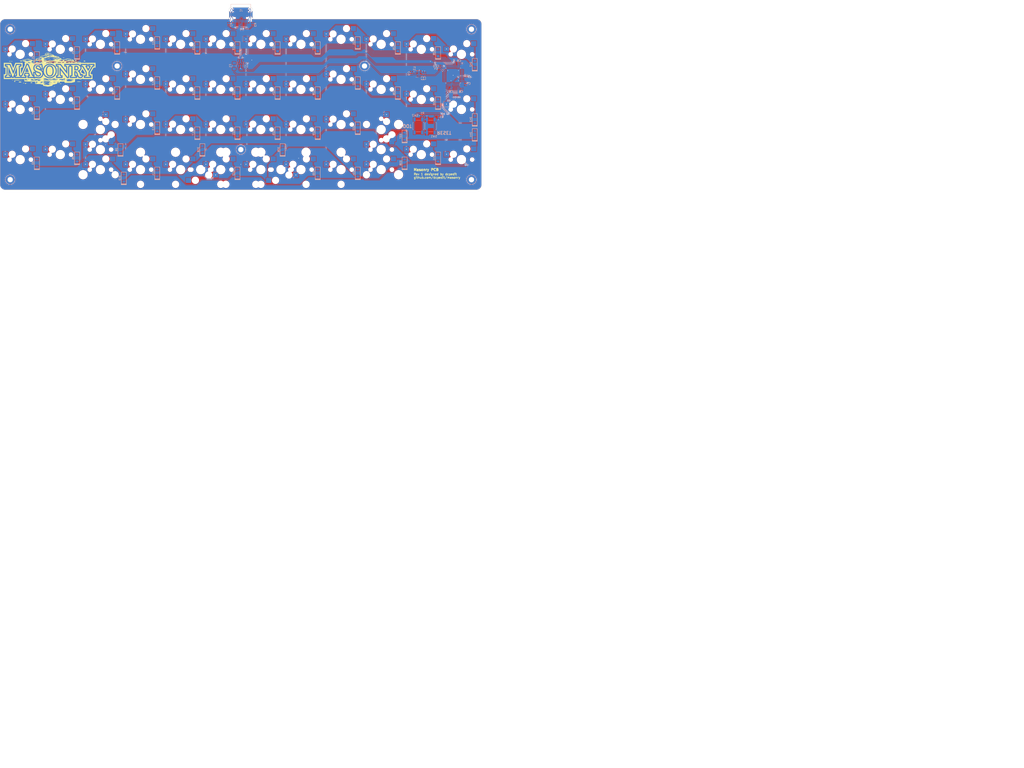
<source format=kicad_pcb>
(kicad_pcb (version 20221018) (generator pcbnew)
  (layers (0 "F.Cu" signal) (31 "B.Cu" signal) (34 "B.Paste" user) (35 "F.Paste" user) (36 "B.SilkS" user "B.Silkscreen") (37 "F.SilkS" user "F.Silkscreen") (38 "B.Mask" user) (39 "F.Mask" user) (44 "Edge.Cuts" user))
  (net 0 "")
  (net 1 "NRST")
  (net 2 "GND")
  (net 3 "+3V3")
  (net 4 "+5V")
  (net 5 "D_P")
  (net 6 "D_N")
  (net 7 "BOOT0")
  (net 8 "COL0")
  (net 9 "Net-(D1-A)")
  (net 10 "Net-(D2-A)")
  (net 11 "COL1")
  (net 12 "Net-(D3-A)")
  (net 13 "COL2")
  (net 14 "Net-(D4-A)")
  (net 15 "Net-(D5-A)")
  (net 16 "COL3")
  (net 17 "Net-(D6-A)")
  (net 18 "Net-(D7-A)")
  (net 19 "COL4")
  (net 20 "Net-(D8-A)")
  (net 21 "Net-(D9-A)")
  (net 22 "COL5")
  (net 23 "Net-(D10-A)")
  (net 24 "Net-(D11-A)")
  (net 25 "Net-(D12-A)")
  (net 26 "Net-(D13-A)")
  (net 27 "Net-(D14-A)")
  (net 28 "Net-(D15-A)")
  (net 29 "Net-(D16-A)")
  (net 30 "Net-(D17-A)")
  (net 31 "Net-(D18-A)")
  (net 32 "Net-(D19-A)")
  (net 33 "Net-(D20-A)")
  (net 34 "Net-(D21-A)")
  (net 35 "Net-(D22-A)")
  (net 36 "Net-(D23-A)")
  (net 37 "Net-(D24-A)")
  (net 38 "Net-(D25-A)")
  (net 39 "Net-(D26-A)")
  (net 40 "Net-(D27-A)")
  (net 41 "Net-(D28-A)")
  (net 42 "Net-(D29-A)")
  (net 43 "Net-(D30-A)")
  (net 44 "Net-(D31-A)")
  (net 45 "Net-(D32-A)")
  (net 46 "Net-(D33-A)")
  (net 47 "Net-(D34-A)")
  (net 48 "Net-(D35-A)")
  (net 49 "Net-(D36-A)")
  (net 50 "Net-(D37-A)")
  (net 51 "Net-(D38-A)")
  (net 52 "Net-(D39-A)")
  (net 53 "Net-(D40-A)")
  (net 54 "Net-(D41-A)")
  (net 55 "Net-(D42-A)")
  (net 56 "Net-(D43-A)")
  (net 57 "Net-(D44-A)")
  (net 58 "/CC1")
  (net 59 "D_USB_+")
  (net 60 "D_USB_-")
  (net 62 "/CC2")
  (net 64 "VBUS")
  (net 65 "ROW0")
  (net 66 "ROW1")
  (net 67 "ROW2")
  (net 68 "ROW3")
  (net 69 "ROW4")
  (net 70 "ROW5")
  (net 71 "ROW6")
  (net 72 "ROW7")
  (footprint "MX_Only:MXOnly-1U-Hotswap" (layer "F.Cu") (at 171.45 73.77295)
    (fp_text reference "MX13")
    (fp_text value "~")
  )
  (footprint "MX_Only:MXOnly-1U-Hotswap" (layer "F.Cu") (at 57.15 83.29795)
    (fp_text reference "MX10")
    (fp_text value "~")
  )
  (footprint "MX_Only:MXOnly-1.75U-Hotswap-Vertical" (layer "F.Cu") (at 247.65 104.7292)
    (fp_text reference "MX25")
    (fp_text value "~" hide)
  )
  (footprint "" (layer "F.Cu") (at 271.4625 116.63545)
    (fp_text reference "H2")
    (fp_text value "")
  )
  (footprint "MX_Only:MXOnly-1U-Hotswap" (layer "F.Cu") (at 95.25 92.82295 -90)
    (fp_text reference "MX21")
    (fp_text value "~")
  )
  (footprint "" (layer "F.Cu") (at 220.6625 62.66045)
    (fp_text reference "H2")
    (fp_text value "")
  )
  (footprint "MX_Only:MXOnly-1U-Hotswap" (layer "F.Cu") (at 209.55 69.01045)
    (fp_text reference "MX14")
    (fp_text value "~")
  )
  (footprint "MX_Only:MXOnly-1U-Hotswap" (layer "F.Cu") (at 133.35 92.82295)
    (fp_text reference "MX22")
    (fp_text value "~")
  )
  (footprint "MX_Only:MXOnly-1.25U-Hotswap-Vertical" (layer "F.Cu") (at 152.4 52.3417)
    (fp_text reference "MX42")
    (fp_text value "~" hide)
  )
  (footprint "MX_Only:MXOnly-1U-Hotswap" (layer "F.Cu") (at 190.5 111.87295)
    (fp_text reference "MX73")
    (fp_text value "~")
  )
  (footprint "MX_Only:MXOnly-1.25U-Hotswap-Vertical" (layer "F.Cu") (at 133.35 52.3417)
    (fp_text reference "MX02")
    (fp_text value "~" hide)
  )
  (footprint "MX_Only:MXOnly-1.75U-Hotswap-Vertical" (layer "F.Cu") (at 266.7 57.1042)
    (fp_text reference "MX45")
    (fp_text value "~" hide)
  )
  (footprint "MX_Only:MXOnly-1.25U-Hotswap-Vertical" (layer "F.Cu") (at 95.25 52.3417)
    (fp_text reference "MX01")
    (fp_text value "~" hide)
  )
  (footprint "MX_Only:MXOnly-2U-Hotswap" (layer "F.Cu") (at 180.975 111.87295 180)
    (fp_text reference "MX33.2")
    (fp_text value "~")
  )
  (footprint "MX_Only:MXOnly-1U-Hotswap" (layer "F.Cu") (at 114.3 49.96045)
    (fp_text reference "MX41")
    (fp_text value "~")
  )
  (footprint "MX_Only:MXOnly-1.5U-Hotswap-Vertical" (layer "F.Cu") (at 76.2 54.72295)
    (fp_text reference "MX40")
    (fp_text value "~" hide)
  )
  (footprint "MX_Only:MXOnly-1U-Hotswap" (layer "F.Cu") (at 228.6 111.87295)
    (fp_text reference "MX74")
    (fp_text value "~")
  )
  (footprint "MX_Only:MXOnly-1U-Hotswap" (layer "F.Cu") (at 190.5 73.77295)
    (fp_text reference "MX53")
    (fp_text value "~")
  )
  (footprint "MX_Only:MXOnly-1U-Hotswap" (layer "F.Cu") (at 133.35 73.77295)
    (fp_text reference "MX12")
    (fp_text value "~")
  )
  (footprint "" (layer "F.Cu") (at 103.1875 62.66045)
    (fp_text reference "H2")
    (fp_text value "")
  )
  (footprint "MX_Only:MXOnly-1U-Hotswap" (layer "F.Cu") (at 171.45 92.82295)
    (fp_text reference "MX23")
    (fp_text value "~")
  )
  (footprint "MX_Only:MXOnly-1U-Hotswap" (layer "F.Cu") (at 152.4 111.87295)
    (fp_text reference "MX72")
    (fp_text value "~")
  )
  (footprint "MX_Only:MXOnly-3U-Hotswap-StabalizersOnly" (layer "F.Cu") (at 190.5 111.87295 180)
    (fp_text reference "REF**")
    (fp_text value "3U")
  )
  (footprint "MX_Only:MXOnly-1U-Hotswap" (layer "F.Cu") (at 228.6 73.77295)
    (fp_text reference "MX54")
    (fp_text value "~")
  )
  (footprint "MX_Only:MXOnly-1U-Hotswap" (layer "F.Cu") (at 190.5 92.82295)
    (fp_text reference "MX63")
    (fp_text value "~")
  )
  (footprint "MX_Only:MXOnly-3U-Hotswap-StabalizersOnly" (layer "F.Cu") (at 133.35 111.87295 180)
    (fp_text reference "REF**")
    (fp_text value "3U")
  )
  (footprint "MX_Only:MXOnly-1.5U-Hotswap-Vertical" (layer "F.Cu") (at 247.65 54.72295)
    (fp_text reference "MX05")
    (fp_text value "~" hide)
  )
  (footprint "MX_Only:MXOnly-1U-Hotswap" (layer "F.Cu") (at 171.45 111.87295)
    (fp_text reference "MX33")
    (fp_text value "~")
  )
  (footprint "MX_Only:MXOnly-1.25U-Hotswap-Vertical" (layer "F.Cu") (at 114.3 90.4417)
    (fp_text reference "MX61")
    (fp_text value "~" hide)
  )
  (footprint "MX_Only:MXOnly-1U-Hotswap" (layer "F.Cu") (at 266.7 83.29795)
    (fp_text reference "MX55")
    (fp_text value "~")
  )
  (footprint "" (layer "F.Cu") (at 52.3875 116.63545)
    (fp_text reference "H2")
    (fp_text value "")
  )
  (footprint "MX_Only:MXOnly-1.25U-Hotswap-Vertical" (layer "F.Cu") (at 209.55 90.4417)
    (fp_text reference "MX24")
    (fp_text value "~" hide)
  )
  (footprint "" (layer "F.Cu") (at 161.925 102.34795)
    (fp_text reference "H2")
    (fp_text value "")
  )
  (footprint "MX_Only:MXOnly-1U-Hotswap" (layer "F.Cu") (at 95.25 73.77295)
    (fp_text reference "MX11")
    (fp_text value "~")
  )
  (footprint "MX_Only:MXOnly-2U-Hotswap-VerticalStabilizers" (layer "F.Cu") (at 228.6 102.34795)
    (fp_text reference "MX64.2")
    (fp_text value "~" hide)
  )
  (footprint "MX_Only:MXOnly-1U-Hotswap" (layer "F.Cu") (at 114.3 69.01045)
    (fp_text reference "MX51")
    (fp_text value "~")
  )
  (footprint "MX_Only:MXOnly-1.75U-Hotswap-Vertical" (layer "F.Cu") (at 76.2 104.7292)
    (fp_text reference "MX60")
    (fp_text value "~" hide)
  )
  (footprint "MX_Only:MXOnly-1.5U-Hotswap-Vertical" (layer "F.Cu") (at 57.15 107.11045)
    (fp_text reference "MX20")
    (fp_text value "~" hide)
  )
  (footprint "" (layer "F.Cu") (at 271.4625 45.19795)
    (fp_text reference "H2")
    (fp_text value "")
  )
  (footprint "MX_Only:MXOnly-1U-Hotswap" (layer "F.Cu") (at 95.25 111.87295)
    (fp_text reference "MX31")
    (fp_text value "~")
  )
  (footprint "MX_Only:MXOnly-1.25U-Hotswap-Vertical" (layer "F.Cu") (at 228.6 52.3417)
    (fp_text reference "MX44")
    (fp_text value "~" hide)
  )
  (footprint "" (layer "F.Cu") (at 52.3875 45.19795)
    (fp_text reference "H2")
    (fp_text value "")
  )
  (footprint "MX_Only:MXOnly-1U-Hotswap" (layer "F.Cu") (at 209.55 111.87295)
    (fp_text reference "MX34")
    (fp_text value "~")
  )
  (footprint "MX_Only:MXOnly-1.5U-Hotswap-Vertical" (layer "F.Cu") (at 266.7 107.11045)
    (fp_text reference "MX65")
    (fp_text value "~" hide)
  )
  (footprint "MX_Only:MXOnly-2U-Hotswap" (layer "F.Cu") (at 142.875 111.87295 180)
    (fp_text reference "MX72.2")
    (fp_text value "~")
  )
  (footprint "MX_Only:MXOnly-2U-Hotswap-ReversedVerticalStabilizers" (layer "F.Cu") (at 95.25 102.34795)
    (fp_text reference "MX21.2")
    (fp_text value "~" hide)
  )
  (footprint "MX_Only:MXOnly-1.25U-Hotswap-Vertical" (layer "F.Cu") (at 171.45 52.3417)
    (fp_text reference "MX03")
    (fp_text value "~" hide)
  )
  (footprint "MX_Only:MXOnly-1U-Hotswap" (layer "F.Cu") (at 247.65 78.53545)
    (fp_text reference "MX15")
    (fp_text value "~")
  )
  (footprint "MX_Only:MXOnly-1U-Hotswap" (layer "F.Cu") (at 152.4 73.77295)
    (fp_text reference "MX52")
    (fp_text value "~")
  )
  (footprint "MX_Only:MXOnly-1U-Hotswap" (layer "F.Cu") (at 76.2 78.53545)
    (fp_text reference "MX50")
    (fp_text value "~")
  )
  (footprint "MX_Only:MXOnly-1U-Hotswap" (layer "F.Cu") (at 114.3 111.87295)
    (fp_text reference "MX71")
    (fp_text value "~")
  )
  (footprint "MX_Only:MXOnly-1.75U-Hotswap-Vertical" (layer "F.Cu") (at 57.15 57.1042)
    (fp_text reference "MX00")
    (fp_text value "~" hide)
  )
  (footprint "MX_Only:MXOnly-1U-Hotswap" (layer "F.Cu") (at 152.4 92.82295)
    (fp_text reference "MX62")
    (fp_text value "~")
  )
  (footprint "masonry.prety:logo_lg" (layer "F.Cu") (at 71.12 64.4067)
    (fp_text reference "G***" hide)
    (fp_text value "LOGO" hide)
  )
  (footprint "MX_Only:MXOnly-1.25U-Hotswap-Vertical" (layer "F.Cu") (at 190.5 52.3417)
    (fp_text reference "MX43")
    (fp_text value "~" hide)
  )
  (footprint "MX_Only:MXOnly-1U-Hotswap" (layer "F.Cu") (at 133.35 111.87295)
    (fp_text reference "MX32")
    (fp_text value "~")
  )
  (footprint "MX_Only:MXOnly-1U-Hotswap" (layer "F.Cu") (at 228.6 92.82295 -90)
    (fp_text reference "MX64")
    (fp_text value "~")
  )
  (footprint "MX_Only:MXOnly-1U-Hotswap" (layer "F.Cu") (at 209.55 49.96045)
    (fp_text reference "MX04")
    (fp_text value "~")
  )
  (footprint "Capacitor_SMD:C_0402_1005Metric" (layer "B.Cu") (at 256.568 62.7557)
    (fp_text reference "C10")
    (fp_text value "1uF")
  )
  (footprint "Package_TO_SOT_SMD:SOT-23-6" (layer "B.Cu") (at 161.798 61.3617 90)
    (fp_text reference "U1")
    (fp_text value "USBLC6-2SC6")
  )
  (footprint "Keebio-Parts:D_SOD123" (layer "B.Cu") (at 84.1375 106.3167 90)
    (fp_text reference "D6")
    (fp_text value "1n4148" hide)
  )
  (footprint "Keebio-Parts:D_SOD123" (layer "B.Cu") (at 255.5875 106.3167 90)
    (fp_text reference "D41")
    (fp_text value "1n4148" hide)
  )
  (footprint "Keebio-Parts:D_SOD123" (layer "B.Cu") (at 122.2375 113.46045 90)
    (fp_text reference "D14")
    (fp_text value "1n4148" hide)
  )
  (footprint "Resistor_SMD:R_0402_1005Metric" (layer "B.Cu") (at 156.21 43.0727 90)
    (fp_text reference "R2")
    (fp_text value "5k1")
  )
  (footprint "Capacitor_SMD:C_0402_1005Metric" (layer "B.Cu") (at 265.557 61.3587 180)
    (fp_text reference "C8")
    (fp_text value "100nF")
  )
  (footprint "Keebio-Parts:D_SOD123" (layer "B.Cu") (at 198.4375 53.9292 90)
    (fp_text reference "D27")
    (fp_text value "1n4148" hide)
  )
  (footprint "Capacitor_SMD:C_0402_1005Metric" (layer "B.Cu") (at 243.0145 66.1847 -90)
    (fp_text reference "C9")
    (fp_text value "1uF")
  )
  (footprint "Keebio-Parts:D_SOD123" (layer "B.Cu") (at 160.3375 75.36045 90)
    (fp_text reference "D20")
    (fp_text value "1n4148" hide)
  )
  (footprint "Keebio-Parts:D_SOD123" (layer "B.Cu") (at 198.4375 94.41045 90)
    (fp_text reference "D29")
    (fp_text value "1n4148" hide)
  )
  (footprint "Keebio-Parts:D_SOD123" (layer "B.Cu") (at 236.5375 53.9292 90)
    (fp_text reference "D35")
    (fp_text value "1n4148" hide)
  )
  (footprint "Keebio-Parts:D_SOD123" (layer "B.Cu") (at 217.4875 92.0292 90)
    (fp_text reference "D33")
    (fp_text value "1n4148" hide)
  )
  (footprint "Button_Switch_SMD:SW_SPST_SKQG_WithoutStem" (layer "B.Cu") (at 246.2445 91.16045 -90)
    (fp_text reference "SW2")
    (fp_text value "RST")
  )
  (footprint "Keebio-Parts:D_SOD123" (layer "B.Cu") (at 141.2875 53.9292 90)
    (fp_text reference "D15")
    (fp_text value "1n4148" hide)
  )
  (footprint "Keebio-Parts:D_SOD123" (layer "B.Cu") (at 179.3875 53.9292 90)
    (fp_text reference "D23")
    (fp_text value "1n4148" hide)
  )
  (footprint "Keebio-Parts:D_SOD123" (layer "B.Cu") (at 179.3875 94.41045 90)
    (fp_text reference "D25")
    (fp_text value "1n4148" hide)
  )
  (footprint "Keebio-Parts:D_SOD123" (layer "B.Cu") (at 273.05 88.06045 90)
    (fp_text reference "D43")
    (fp_text value "1n4148" hide)
  )
  (footprint "Keebio-Parts:D_SOD123" (layer "B.Cu") (at 198.4375 113.46045 90)
    (fp_text reference "D30")
    (fp_text value "1n4148" hide)
  )
  (footprint "Keebio-Parts:D_SOD123" (layer "B.Cu") (at 273.05 95.2042 90)
    (fp_text reference "D44")
    (fp_text value "1n4148" hide)
  )
  (footprint "Keebio-Parts:D_SOD123" (layer "B.Cu") (at 141.2875 94.41045 90)
    (fp_text reference "D17")
    (fp_text value "1n4148" hide)
  )
  (footprint "Package_QFP:LQFP-48_7x7mm_P0.5mm" (layer "B.Cu") (at 262.763 67.2007 90)
    (fp_text reference "U2")
    (fp_text value "STM32F072C8Tx")
  )
  (footprint "Keebio-Parts:D_SOD123" (layer "B.Cu") (at 239.7125 95.99795 90)
    (fp_text reference "D37")
    (fp_text value "1n4148" hide)
  )
  (footprint "Capacitor_SMD:C_0402_1005Metric" (layer "B.Cu") (at 268.605 71.0107 -90)
    (fp_text reference "C7")
    (fp_text value "100nF")
  )
  (footprint "Capacitor_SMD:C_0402_1005Metric" (layer "B.Cu") (at 255.7695 86.77895 90)
    (fp_text reference "C1")
    (fp_text value "100nF")
  )
  (footprint "Keebio-Parts:D_SOD123" (layer "B.Cu") (at 160.3375 53.9292 90)
    (fp_text reference "D19")
    (fp_text value "1n4148" hide)
  )
  (footprint "Keebio-Parts:D_SOD123" (layer "B.Cu") (at 255.5875 56.31045 90)
    (fp_text reference "D39")
    (fp_text value "1n4148" hide)
  )
  (footprint "Capacitor_SMD:C_0402_1005Metric" (layer "B.Cu") (at 249.2375 66.5657 90)
    (fp_text reference "C2")
    (fp_text value "4.7uF")
  )
  (footprint "Keebio-Parts:D_SOD123" (layer "B.Cu") (at 217.4875 70.59795 90)
    (fp_text reference "D32")
    (fp_text value "1n4148" hide)
  )
  (footprint "Keebio-Parts:D_SOD123" (layer "B.Cu") (at 255.5875 80.12295 90)
    (fp_text reference "D40")
    (fp_text value "1n4148" hide)
  )
  (footprint "Fuse:Fuse_1206_3216Metric" (layer "B.Cu") (at 158.75 62.6317 -90)
    (fp_text reference "F1")
    (fp_text value "500mA")
  )
  (footprint "Keebio-Parts:D_SOD123" (layer "B.Cu") (at 181.76875 102.34795 90)
    (fp_text reference "D26")
    (fp_text value "1n4148" hide)
  )
  (footprint "Button_Switch_SMD:SW_SPST_SKQG_WithoutStem" (layer "B.Cu") (at 252.15 91.16045 -90)
    (fp_text reference "SW1")
    (fp_text value "RST")
  )
  (footprint "Keebio-Parts:D_SOD123" (layer "B.Cu") (at 160.3375 113.46045 90)
    (fp_text reference "D22")
    (fp_text value "1n4148" hide)
  )
  (footprint "Connector_USB:USB_C_Receptacle_HRO_TYPE-C-31-M-12" (layer "B.Cu") (at 161.925 37.26045)
    (fp_text reference "J1")
    (fp_text value "USB_C_Receptacle_USB2.0")
  )
  (footprint "Keebio-Parts:D_SOD123" (layer "B.Cu") (at 273.05 61.8667 90)
    (fp_text reference "D42")
    (fp_text value "1n4148" hide)
  )
  (footprint "Keebio-Parts:D_SOD123" (layer "B.Cu") (at 65.0875 84.88545 90)
    (fp_text reference "D2")
    (fp_text value "1n4148" hide)
  )
  (footprint "Keebio-Parts:D_SOD123" (layer "B.Cu") (at 160.3375 94.41045 90)
    (fp_text reference "D21")
    (fp_text value "1n4148" hide)
  )
  (footprint "Keebio-Parts:D_SOD123" (layer "B.Cu") (at 198.4375 75.36045 90)
    (fp_text reference "D28")
    (fp_text value "1n4148" hide)
  )
  (footprint "Keebio-Parts:D_SOD123" (layer "B.Cu") (at 103.1875 75.36045 90)
    (fp_text reference "D8")
    (fp_text value "1n4148" hide)
  )
  (footprint "Keebio-Parts:D_SOD123" (layer "B.Cu") (at 65.0875 58.6917 90)
    (fp_text reference "D1")
    (fp_text value "1n4148" hide)
  )
  (footprint "Keebio-Parts:D_SOD123" (layer "B.Cu") (at 84.1375 56.31045 90)
    (fp_text reference "D4")
    (fp_text value "1n4148" hide)
  )
  (footprint "Capacitor_SMD:C_0402_1005Metric" (layer "B.Cu") (at 256.568 63.8987 180)
    (fp_text reference "C4")
    (fp_text value "100nF")
  )
  (footprint "Keebio-Parts:D_SOD123" (layer "B.Cu") (at 65.0875 108.69795 90)
    (fp_text reference "D3")
    (fp_text value "1n4148" hide)
  )
  (footprint "Resistor_SMD:R_0402_1005Metric" (layer "B.Cu") (at 248.1495 86.27095 180)
    (fp_text reference "R1")
    (fp_text value "10k")
  )
  (footprint "Keebio-Parts:D_SOD123" (layer "B.Cu") (at 236.5375 75.36045 90)
    (fp_text reference "D36")
    (fp_text value "1n4148" hide)
  )
  (footprint "Package_TO_SOT_SMD:SOT-23" (layer "B.Cu") (at 245.5545 66.4387 180)
    (fp_text reference "U3")
    (fp_text value "XC6206PxxxMR-Regulator_Linear" hide)
  )
  (footprint "Capacitor_SMD:C_0402_1005Metric" (layer "B.Cu") (at 261.747 73.6777)
    (fp_text reference "C5")
    (fp_text value "100nF")
  )
  (footprint "Keebio-Parts:D_SOD123" (layer "B.Cu") (at 141.2875 75.36045 90)
    (fp_text reference "D16")
    (fp_text value "1n4148" hide)
  )
  (footprint "Keebio-Parts:D_SOD123" (layer "B.Cu") (at 104.775 102.34795 90)
    (fp_text reference "D9")
    (fp_text value "1n4148" hide)
  )
  (footprint "Keebio-Parts:D_SOD123" (layer "B.Cu") (at 122.2375 70.59795 90)
    (fp_text reference "D12")
    (fp_text value "1n4148" hide)
  )
  (footprint "Keebio-Parts:D_SOD123" (layer "B.Cu") (at 143.66875 102.34795 90)
    (fp_text reference "D18")
    (fp_text value "1n4148" hide)
  )
  (footprint "Keebio-Parts:D_SOD123" (layer "B.Cu") (at 103.1875 53.9292 90)
    (fp_text reference "D7")
    (fp_text value "1n4148" hide)
  )
  (footprint "Keebio-Parts:D_SOD123" (layer "B.Cu") (at 84.1375 80.12295 90)
    (fp_text reference "D5")
    (fp_text value "1n4148" hide)
  )
  (footprint "Capacitor_SMD:C_0402_1005Metric" (layer "B.Cu") (at 248.0945 66.5657 90)
    (fp_text reference "C3")
    (fp_text value "1uF")
  )
  (footprint "Capacitor_SMD:C_0402_1005Metric" (layer "B.Cu") (at 266.446 73.6777)
    (fp_text reference "C6")
    (fp_text value "100nF")
  )
  (footprint "Keebio-Parts:D_SOD123" (layer "B.Cu") (at 122.2375 92.0292 90)
    (fp_text reference "D13")
    (fp_text value "1n4148" hide)
  )
  (footprint "Keebio-Parts:D_SOD123" (layer "B.Cu") (at 122.2375 51.54795 90)
    (fp_text reference "D11")
    (fp_text value "1n4148" hide)
  )
  (footprint "Keebio-Parts:D_SOD123" (layer "B.Cu") (at 106.3625 115.8417 90)
    (fp_text reference "D10")
    (fp_text value "1n4148" hide)
  )
  (footprint "Keebio-Parts:D_SOD123" (layer "B.Cu") (at 217.4875 113.46045 90)
    (fp_text reference "D34")
    (fp_text value "1n4148" hide)
  )
  (footprint "Keebio-Parts:D_SOD123" (layer "B.Cu") (at 239.7125 108.69795 90)
    (fp_text reference "D38")
    (fp_text value "1n4148" hide)
  )
  (footprint "Keebio-Parts:D_SOD123" (layer "B.Cu") (at 179.3875 75.36045 90)
    (fp_text reference "D24")
    (fp_text value "1n4148" hide)
  )
  (footprint "Keebio-Parts:D_SOD123" (layer "B.Cu") (at 217.4875 51.54795 90)
    (fp_text reference "D31")
    (fp_text value "1n4148" hide)
  )
  (footprint "Resistor_SMD:R_0402_1005Metric" (layer "B.Cu") (at 167.64 43.0707 90)
    (fp_text reference "R3")
    (fp_text value "5k1")
  )
  (gr_arc (start 50.00625 121.39795) (mid 48.322452 120.700498) (end 47.625 119.0167) (stroke (width 0.1)) (layer "Edge.Cuts"))
  (gr_arc (start 276.225 119.0167) (mid 275.527548 120.700498) (end 273.84375 121.39795) (stroke (width 0.1)) (layer "Edge.Cuts"))
  (gr_line (start 168.275 40.43545) (end 273.84375 40.43545) (stroke (width 0.1)) (layer "Edge.Cuts"))
  (gr_arc (start 168.275 40.43545) (mid 167.713734 40.202966) (end 167.48125 39.6417) (stroke (width 0.1)) (layer "Edge.Cuts"))
  (gr_line (start 167.48125 35.67295) (end 167.48125 39.6417) (stroke (width 0.1)) (layer "Edge.Cuts"))
  (gr_line (start 157.1625 34.8792) (end 166.6875 34.8792) (stroke (width 0.1)) (layer "Edge.Cuts"))
  (gr_line (start 276.225 42.8167) (end 276.225 119.0167) (stroke (width 0.1)) (layer "Edge.Cuts"))
  (gr_line (start 47.625 119.0167) (end 47.625 42.8167) (stroke (width 0.1)) (layer "Edge.Cuts"))
  (gr_arc (start 47.625 42.8167) (mid 48.322452 41.132902) (end 50.00625 40.43545) (stroke (width 0.1)) (layer "Edge.Cuts"))
  (gr_arc (start 166.6875 34.8792) (mid 167.248766 35.111684) (end 167.48125 35.67295) (stroke (width 0.1)) (layer "Edge.Cuts"))
  (gr_line (start 50.00625 40.43545) (end 155.575 40.43545) (stroke (width 0.1)) (layer "Edge.Cuts"))
  (gr_arc (start 273.84375 40.43545) (mid 275.527548 41.132902) (end 276.225 42.8167) (stroke (width 0.1)) (layer "Edge.Cuts"))
  (gr_line (start 273.84375 121.39795) (end 50.00625 121.39795) (stroke (width 0.1)) (layer "Edge.Cuts"))
  (gr_arc (start 156.36875 35.67295) (mid 156.601234 35.111684) (end 157.1625 34.8792) (stroke (width 0.1)) (layer "Edge.Cuts"))
  (gr_line (start 156.36875 39.6417) (end 156.36875 35.67295) (stroke (width 0.1)) (layer "Edge.Cuts"))
  (gr_arc (start 156.36875 39.6417) (mid 156.136266 40.202966) (end 155.575 40.43545) (stroke (width 0.1)) (layer "Edge.Cuts"))
  (gr_text "BOOT" (at 240.24375 91.16045 180) (layer "B.SilkS") (effects (font (size 1.5 1.5) (thickness 0.3)) (justify mirror)))
  (gr_text "RESET" (at 258.5 94.33545 180) (layer "B.SilkS") (effects (font (size 1.5 1.5) (thickness 0.3)) (justify mirror)))
  (gr_text "Rev 1 designed by dcpedit\ngithub.com/dcpedit/masonry" (at 243.967 116.2227) (layer "F.SilkS") (effects (font (size 1 1) (thickness 0.2) bold) (justify left bottom)))
  (gr_text "Masonry PCB" (at 249.936 111.9047) (layer "F.SilkS") (effects (font (size 1.2 1.2) (thickness 0.3))))
  (segment (start 270.383 67.3277) (end 270.383 73.482372) (width 0.2) (layer "F.Cu") (net 1))
  (segment (start 257.875 86.6937) (end 257.81 86.7587) (width 0.2) (layer "F.Cu") (net 1))
  (segment (start 270.383 73.482372) (end 268.536672 75.3287) (width 0.2) (layer "F.Cu") (net 1))
  (segment (start 257.875 79.0737) (end 257.875 86.6937) (width 0.2) (layer "F.Cu") (net 1))
  (segment (start 265.6875 67.3242) (end 268.478 67.3242) (width 0.254) (layer "F.Cu") (net 1))
  (segment (start 261.62 75.3287) (end 257.875 79.0737) (width 0.2) (layer "F.Cu") (net 1))
  (segment (start 268.536672 75.3287) (end 261.62 75.3287) (width 0.2) (layer "F.Cu") (net 1))
  (segment (start 265.176 67.8357) (end 265.6875 67.3242) (width 0.254) (layer "F.Cu") (net 1))
  (via (at 268.478 67.3242) (size 0.6) (drill 0.3) (layers "F.Cu" "B.Cu") (net 1))
  (via (at 270.383 67.3277) (size 0.6) (drill 0.3) (layers "F.Cu" "B.Cu") (net 1))
  (via (at 265.176 67.8357) (size 0.6) (drill 0.3) (layers "F.Cu" "B.Cu") (net 1))
  (via (at 257.81 86.7587) (size 0.6) (drill 0.3) (layers "F.Cu" "B.Cu") (net 1))
  (segment (start 257.35025 86.29895) (end 257.81 86.7587) (width 0.2) (layer "B.Cu") (net 1))
  (segment (start 254 88.06045) (end 254 94.26045) (width 0.2) (layer "B.Cu") (net 1))
  (segment (start 255.7695 86.29895) (end 257.35025 86.29895) (width 0.2) (layer "B.Cu") (net 1))
  (segment (start 270.3795 67.3242) (end 270.383 67.3277) (width 0.2) (layer "B.Cu") (net 1))
  (segment (start 254.28798 86.10147) (end 254 86.38945) (width 0.254) (layer "B.Cu") (net 1))
  (segment (start 254.28798 86.10147) (end 255.57202 86.10147) (width 0.254) (layer "B.Cu") (net 1))
  (segment (start 265.176 67.8357) (end 262.513 70.4987) (width 0.254) (layer "B.Cu") (net 1))
  (segment (start 255.57202 86.10147) (end 255.7695 86.29895) (width 0.254) (layer "B.Cu") (net 1))
  (segment (start 262.513 70.4987) (end 262.513 71.3632) (width 0.254) (layer "B.Cu") (net 1))
  (segment (start 254 86.38945) (end 254 88.06045) (width 0.254) (layer "B.Cu") (net 1))
  (segment (start 268.478 67.3242) (end 270.3795 67.3242) (width 0.2) (layer "B.Cu") (net 1))
  (via (at 260.223 64.7877) (size 0.6) (drill 0.3) (layers "F.Cu" "B.Cu") (net 2))
  (via (at 262.763 67.0737) (size 0.6) (drill 0.3) (layers "F.Cu" "B.Cu") (net 2))
  (via (at 246.6975 64.5337) (size 0.6) (drill 0.3) (layers "F.Cu" "B.Cu") (net 2))
  (via (at 265.303 69.6137) (size 0.6) (drill 0.3) (layers "F.Cu" "B.Cu") (net 2))
  (via (at 97.663 100.0937) (size 0.6) (drill 0.3) (layers "F.Cu" "B.Cu") (net 2))
  (via (at 249.2375 65.0417) (size 0.6) (drill 0.3) (layers "F.Cu" "B.Cu") (net 2))
  (via (at 255.016 63.8987) (size 0.6) (drill 0.3) (layers "F.Cu" "B.Cu") (net 2))
  (via (at 255.016 62.7557) (size 0.6) (drill 0.3) (layers "F.Cu" "B.Cu") (net 2))
  (via (at 167.132 59.8347) (size 0.6) (drill 0.3) (layers "F.Cu" "B.Cu") (net 2))
  (via (at 250.3085 86.39795) (size 0.6) (drill 0.3) (layers "F.Cu" "B.Cu") (net 2))
  (via (at 161.925 109.3647) (size 0.6) (drill 0.3) (layers "F.Cu" "B.Cu") (net 2))
  (via (at 244.1575 65.4227) (size 0.6) (drill 0.3) (layers "F.Cu" "B.Cu") (net 2))
  (via (at 265.303 64.7877) (size 0.6) (drill 0.3) (layers "F.Cu" "B.Cu") (net 2))
  (via (at 261.747 69.6137) (size 0.6) (drill 0.3) (layers "F.Cu" "B.Cu") (net 2))
  (via (at 255.7695 88.17595) (size 0.6) (drill 0.3) (layers "F.Cu" "B.Cu") (net 2))
  (via (at 161.798 63.7747) (size 0.6) (drill 0.3) (layers "F.Cu" "B.Cu") (net 2))
  (via (at 189.357 106.4437) (size 0.6) (drill 0.3) (layers "F.Cu" "B.Cu") (net 2))
  (via (at 251.968 60.4697) (size 0.6) (drill 0.3) (layers "F.Cu" "B.Cu") (net 2))
  (via (at 248.0945 65.0417) (size 0.6) (drill 0.3) (layers "F.Cu" "B.Cu") (net 2))
  (via (at 246.7525 86.27095) (size 0.6) (drill 0.3) (layers "F.Cu" "B.Cu") (net 2))
  (segment (start 161.798 62.4992) (end 161.798 63.7747) (width 0.381) (layer "B.Cu") (net 2))
  (segment (start 262.013 71.3632) (end 262.013 73.4637) (width 0.254) (layer "B.Cu") (net 2))
  (segment (start 242.772308 65.7047) (end 243.0145 65.7047) (width 0.381) (layer "B.Cu") (net 2))
  (segment (start 247.4975 65.4887) (end 248.0945 66.0857) (width 0.381) (layer "B.Cu") (net 2))
  (segment (start 265.013 61.4227) (end 265.013 63.0382) (width 0.254) (layer "B.Cu") (net 2))
  (segment (start 243.0145 65.7047) (end 243.0145 65.462508) (width 0.381) (layer "B.Cu") (net 2))
  (segment (start 248.0945 66.0857) (end 249.2375 66.0857) (width 0.381) (layer "B.Cu") (net 2))
  (segment (start 265.077 61.3587) (end 265.013 61.4227) (width 0.254) (layer "B.Cu") (net 2))
  (segment (start 262.013 73.4637) (end 262.227 73.6777) (width 0.254) (layer "B.Cu") (net 2))
  (segment (start 250.3 94.26045) (end 250.3 88.06045) (width 0.2) (layer "B.Cu") (net 2))
  (segment (start 246.492 65.4887) (end 247.4975 65.4887) (width 0.381) (layer "B.Cu") (net 2))
  (segment (start 267.081 61.3587) (end 268.351 61.3587) (width 0.381) (layer "F.Cu") (net 3))
  (segment (start 269.621 70.6297) (end 269.621 73.5507) (width 0.381) (layer "F.Cu") (net 3))
  (segment (start 258.318 64.1527) (end 257.048 65.4227) (width 0.381) (layer "F.Cu") (net 3))
  (segment (start 261.239 74.6937) (end 257.175 78.7577) (width 0.381) (layer "F.Cu") (net 3))
  (segment (start 268.351 61.3587) (end 269.621 62.6287) (width 0.381) (layer "F.Cu") (net 3))
  (segment (start 269.621 62.6287) (end 269.621 70.6297) (width 0.381) (layer "F.Cu") (net 3))
  (segment (start 257.175 78.7577) (end 257.175 85.13093) (width 0.381) (layer "F.Cu") (net 3))
  (segment (start 268.478 74.6937) (end 266.065 74.6937) (width 0.381) (layer "F.Cu") (net 3))
  (segment (start 259.715 74.6937) (end 261.239 74.6937) (width 0.381) (layer "F.Cu") (net 3))
  (segment (start 257.048 65.4227) (end 257.048 72.0267) (width 0.381) (layer "F.Cu") (net 3))
  (segment (start 261.239 74.6937) (end 266.065 74.6937) (width 0.381) (layer "F.Cu") (net 3))
  (segment (start 258.318 62.7557) (end 258.318 64.1527) (width 0.381) (layer "F.Cu") (net 3))
  (segment (start 257.048 72.0267) (end 259.715 74.6937) (width 0.381) (layer "F.Cu") (net 3))
  (segment (start 269.621 73.5507) (end 268.478 74.6937) (width 0.381) (layer "F.Cu") (net 3))
  (via (at 267.081 61.3587) (size 0.6) (drill 0.3) (layers "F.Cu" "B.Cu") (net 3))
  (via (at 261.239 74.6937) (size 0.6) (drill 0.3) (layers "F.Cu" "B.Cu") (net 3))
  (via (at 258.318 62.7557) (size 0.8) (drill 0.4) (layers "F.Cu" "B.Cu") (net 3))
  (via (at 269.621 70.6297) (size 0.6) (drill 0.3) (layers "F.Cu" "B.Cu") (net 3))
  (via (at 257.175 85.13093) (size 0.8) (drill 0.4) (layers "F.Cu" "B.Cu") (net 3))
  (via (at 266.065 74.6937) (size 0.6) (drill 0.3) (layers "F.Cu" "B.Cu") (net 3))
  (segment (start 257.048 62.7557) (end 257.048 63.8987) (width 0.381) (layer "B.Cu") (net 3))
  (segment (start 257.048 62.7557) (end 258.318 62.7557) (width 0.381) (layer "B.Cu") (net 3))
  (segment (start 265.513 73.2247) (end 265.966 73.6777) (width 0.254) (layer "B.Cu") (net 3))
  (segment (start 265.513 63.0382) (end 265.513 62.0377) (width 0.254) (layer "B.Cu") (net 3))
  (segment (start 261.513 73.4317) (end 261.267 73.6777) (width 0.254) (layer "B.Cu") (net 3))
  (segment (start 261.239 73.7057) (end 261.267 73.6777) (width 0.381) (layer "B.Cu") (net 3))
  (segment (start 245.73352 85.13093) (end 244.3945 86.46995) (width 0.381) (layer "B.Cu") (net 3))
  (segment (start 261.239 74.6937) (end 261.239 73.7057) (width 0.381) (layer "B.Cu") (net 3))
  (segment (start 269.621 70.6297) (end 269.522 70.5307) (width 0.381) (layer "B.Cu") (net 3))
  (segment (start 265.513 71.3632) (end 265.513 73.2247) (width 0.254) (layer "B.Cu") (net 3))
  (segment (start 266.037 61.5137) (end 266.037 61.3587) (width 0.254) (layer "B.Cu") (net 3))
  (segment (start 267.081 61.3587) (end 266.037 61.3587) (width 0.381) (layer "B.Cu") (net 3))
  (segment (start 258.6005 64.4507) (end 257.6 64.4507) (width 0.254) (layer "B.Cu") (net 3))
  (segment (start 247.7515 67.3887) (end 248.0945 67.0457) (width 0.381) (layer "B.Cu") (net 3))
  (segment (start 248.0945 67.0457) (end 249.2375 67.0457) (width 0.381) (layer "B.Cu") (net 3))
  (segment (start 249.2375 67.0457) (end 254.210999 67.0457) (width 0.381) (layer "B.Cu") (net 3))
  (segment (start 269.522 70.5307) (end 268.605 70.5307) (width 0.381) (layer "B.Cu") (net 3))
  (segment (start 257.175 85.13093) (end 245.73352 85.13093) (width 0.381) (layer "B.Cu") (net 3))
  (segment (start 261.513 71.3632) (end 261.513 73.4317) (width 0.254) (layer "B.Cu") (net 3))
  (segment (start 266.065 74.6937) (end 266.065 73.7767) (width 0.381) (layer "B.Cu") (net 3))
  (segment (start 266.9255 69.9507) (end 268.025 69.9507) (width 0.254) (layer "B.Cu") (net 3))
  (segment (start 268.025 69.9507) (end 268.605 70.5307) (width 0.254) (layer "B.Cu") (net 3))
  (segment (start 266.065 73.7767) (end 265.966 73.6777) (width 0.381) (layer "B.Cu") (net 3))
  (segment (start 244.3945 86.46995) (end 244.3945 88.06045) (width 0.381) (layer "B.Cu") (net 3))
  (segment (start 244.3945 94.26045) (end 244.3945 88.06045) (width 0.2) (layer "B.Cu") (net 3))
  (segment (start 246.492 67.3887) (end 247.7515 67.3887) (width 0.381) (layer "B.Cu") (net 3))
  (segment (start 265.513 62.0377) (end 266.037 61.5137) (width 0.254) (layer "B.Cu") (net 3))
  (segment (start 254.210999 67.0457) (end 257.048 64.208699) (width 0.381) (layer "B.Cu") (net 3))
  (segment (start 257.6 64.4507) (end 257.048 63.8987) (width 0.254) (layer "B.Cu") (net 3))
  (segment (start 243.6495 66.4387) (end 244.617 66.4387) (width 0.381) (layer "B.Cu") (net 4))
  (segment (start 158.75 65.5497) (end 159.893 66.6927) (width 0.381) (layer "B.Cu") (net 4))
  (segment (start 243.0145 66.6647) (end 243.4235 66.6647) (width 0.381) (layer "B.Cu") (net 4))
  (segment (start 158.75 64.0317) (end 158.75 65.5497) (width 0.381) (layer "B.Cu") (net 4))
  (segment (start 228.330271 66.6647) (end 243.0145 66.6647) (width 0.381) (layer "B.Cu") (net 4))
  (segment (start 203.71175 61.98995) (end 217.669479 61.98995) (width 0.381) (layer "B.Cu") (net 4))
  (segment (start 199.009 66.6927) (end 203.71175 61.98995) (width 0.381) (layer "B.Cu") (net 4))
  (segment (start 159.893 66.6927) (end 199.009 66.6927) (width 0.381) (layer "B.Cu") (net 4))
  (segment (start 221.735521 60.06995) (end 228.330271 66.6647) (width 0.381) (layer "B.Cu") (net 4))
  (segment (start 243.4235 66.6647) (end 243.6495 66.4387) (width 0.381) (layer "B.Cu") (net 4))
  (segment (start 217.669479 61.98995) (end 219.589479 60.06995) (width 0.381) (layer "B.Cu") (net 4))
  (segment (start 219.589479 60.06995) (end 221.735521 60.06995) (width 0.381) (layer "B.Cu") (net 4))
  (segment (start 254.127 61.11045) (end 261.99525 61.11045) (width 0.254) (layer "F.Cu") (net 5))
  (segment (start 261.99525 61.11045) (end 263.144 59.9617) (width 0.254) (layer "F.Cu") (net 5))
  (via (at 263.144 59.9617) (size 0.6) (drill 0.3) (layers "F.Cu" "B.Cu") (net 5))
  (via (at 254.127 61.11045) (size 0.6) (drill 0.3) (layers "F.Cu" "B.Cu") (net 5))
  (segment (start 162.748 62.4992) (end 162.748 63.7057) (width 0.254) (layer "B.Cu") (net 5))
  (segment (start 216.600948 58.1107) (end 217.616948 57.0947) (width 0.254) (layer "B.Cu") (net 5))
  (segment (start 165.111 64.197411) (end 165.111 64.2877) (width 0.254) (layer "B.Cu") (net 5))
  (segment (start 203.773948 58.1107) (end 216.600948 58.1107) (width 0.254) (layer "B.Cu") (net 5))
  (segment (start 225.994053 61.6667) (end 253.57075 61.6667) (width 0.254) (layer "B.Cu") (net 5))
  (segment (start 200.725948 61.1587) (end 203.773948 58.1107) (width 0.254) (layer "B.Cu") (net 5))
  (segment (start 166.061 64.5877) (end 167.578948 64.5877) (width 0.254) (layer "B.Cu") (net 5))
  (segment (start 221.422053 57.0947) (end 225.994053 61.6667) (width 0.254) (layer "B.Cu") (net 5))
  (segment (start 264.013 60.8307) (end 264.013 63.0382) (width 0.254) (layer "B.Cu") (net 5))
  (segment (start 253.57075 61.6667) (end 254.127 61.11045) (width 0.254) (layer "B.Cu") (net 5))
  (segment (start 167.578948 64.5877) (end 171.007948 61.1587) (width 0.254) (layer "B.Cu") (net 5))
  (segment (start 263.144 59.9617) (end 264.013 60.8307) (width 0.254) (layer "B.Cu") (net 5))
  (segment (start 164.511 64.2877) (end 164.511 64.197411) (width 0.254) (layer "B.Cu") (net 5))
  (segment (start 171.007948 61.1587) (end 200.725948 61.1587) (width 0.254) (layer "B.Cu") (net 5))
  (segment (start 162.748 63.7057) (end 163.63 64.5877) (width 0.254) (layer "B.Cu") (net 5))
  (segment (start 165.411 64.5877) (end 166.061 64.5877) (width 0.254) (layer "B.Cu") (net 5))
  (segment (start 217.616948 57.0947) (end 221.422053 57.0947) (width 0.254) (layer "B.Cu") (net 5))
  (segment (start 163.63 64.5877) (end 164.211 64.5877) (width 0.254) (layer "B.Cu") (net 5))
  (arc (start 164.511 64.197411) (mid 164.598868 63.985279) (end 164.811 63.897411) (width 0.254) (layer "B.Cu") (net 5))
  (arc (start 164.211 64.5877) (mid 164.423132 64.499832) (end 164.511 64.2877) (width 0.254) (layer "B.Cu") (net 5))
  (arc (start 165.111 64.2877) (mid 165.198868 64.499832) (end 165.411 64.5877) (width 0.254) (layer "B.Cu") (net 5))
  (arc (start 164.811 63.897411) (mid 165.023132 63.985279) (end 165.111 64.197411) (width 0.254) (layer "B.Cu") (net 5))
  (segment (start 254.381712 61.868821) (end 254.381712 61.865988) (width 0.254) (layer "F.Cu") (net 6))
  (segment (start 254.381712 61.865988) (end 254.68325 61.56445) (width 0.254) (layer "F.Cu") (net 6))
  (segment (start 262.43025 61.56445) (end 262.636 61.3587) (width 0.254) (layer "F.Cu") (net 6))
  (segment (start 262.636 61.3587) (end 263.019793 60.974907) (width 0.254) (layer "F.Cu") (net 6))
  (segment (start 254.68325 61.56445) (end 262.43025 61.56445) (width 0.254) (layer "F.Cu") (net 6))
  (via (at 263.019793 60.974907) (size 0.6) (drill 0.3) (layers "F.Cu" "B.Cu") (net 6))
  (via (at 254.381712 61.868821) (size 0.6) (drill 0.3) (layers "F.Cu" "B.Cu") (net 6))
  (segment (start 225.806 62.1207) (end 221.234 57.5487) (width 0.254) (layer "B.Cu") (net 6))
  (segment (start 263.513 63.0382) (end 263.513 61.468114) (width 0.254) (layer "B.Cu") (net 6))
  (segment (start 263.513 61.468114) (end 263.019793 60.974907) (width 0.254) (layer "B.Cu") (net 6))
  (segment (start 203.962 58.5647) (end 200.914 61.6127) (width 0.254) (layer "B.Cu") (net 6))
  (segment (start 254.381712 61.868821) (end 254.129833 62.1207) (width 0.254) (layer "B.Cu") (net 6))
  (segment (start 160.848 64.2187) (end 160.848 62.4992) (width 0.254) (layer "B.Cu") (net 6))
  (segment (start 221.234 57.5487) (end 217.805 57.5487) (width 0.254) (layer "B.Cu") (net 6))
  (segment (start 200.914 61.6127) (end 171.196 61.6127) (width 0.254) (layer "B.Cu") (net 6))
  (segment (start 216.789 58.5647) (end 203.962 58.5647) (width 0.254) (layer "B.Cu") (net 6))
  (segment (start 254.129833 62.1207) (end 225.806 62.1207) (width 0.254) (layer "B.Cu") (net 6))
  (segment (start 171.196 61.6127) (end 167.767 65.0417) (width 0.254) (layer "B.Cu") (net 6))
  (segment (start 217.805 57.5487) (end 216.789 58.5647) (width 0.254) (layer "B.Cu") (net 6))
  (segment (start 167.767 65.0417) (end 161.671 65.0417) (width 0.254) (layer "B.Cu") (net 6))
  (segment (start 161.671 65.0417) (end 160.848 64.2187) (width 0.254) (layer "B.Cu") (net 6))
  (segment (start 258.275 79.239386) (end 258.275 81.8057) (width 0.2) (layer "F.Cu") (net 7))
  (segment (start 268.702357 75.7287) (end 268.370986 75.7287) (width 0.2) (layer "F.Cu") (net 7))
  (segment (start 259.616843 77.897543) (end 258.275 79.239386) (width 0.2) (layer "F.Cu") (net 7))
  (segment (start 270.983 73.448058) (end 269.552179 74.878879) (width 0.2) (layer "F.Cu") (net 7))
  (segment (start 261.785686 75.7287) (end 259.616843 77.897543) (width 0.2) (layer "F.Cu") (net 7))
  (segment (start 269.552179 74.878879) (end 268.702357 75.7287) (width 0.2) (layer "F.Cu") (net 7))
  (segment (start 270.983 67.9627) (end 270.983 73.448058) (width 0.2) (layer "F.Cu") (net 7))
  (segment (start 268.370986 75.7287) (end 261.785686 75.7287) (width 0.2) (layer "F.Cu") (net 7))
  (segment (start 258.275 81.8057) (end 258.475 82.0057) (width 0.2) (layer "F.Cu") (net 7))
  (segment (start 258.475 82.0057) (end 258.475 85.3617) (width 0.2) (layer "F.Cu") (net 7))
  (via (at 258.475 85.3617) (size 0.6) (drill 0.3) (layers "F.Cu" "B.Cu") (net 7))
  (via (at 270.983 67.9627) (size 0.6) (drill 0.3) (layers "F.Cu" "B.Cu") (net 7))
  (segment (start 257.967 85.8697) (end 258.475 85.3617) (width 0.2) (layer "B.Cu") (net 7))
  (segment (start 249.2805 85.64795) (end 248.6595 86.26895) (width 0.254) (layer "B.Cu") (net 7))
  (segment (start 248.0945 88.06045) (end 248.0945 86.83395) (width 0.254) (layer "B.Cu") (net 7))
  (segment (start 266.9255 67.9507) (end 270.971 67.9507) (width 0.2) (layer "B.Cu") (net 7))
  (segment (start 249.2805 85.64795) (end 256.69925 85.64795) (width 0.2) (layer "B.Cu") (net 7))
  (segment (start 270.971 67.9507) (end 270.983 67.9627) (width 0.2) (layer "B.Cu") (net 7))
  (segment (start 256.69925 85.64795) (end 256.921 85.8697) (width 0.2) (layer "B.Cu") (net 7))
  (segment (start 248.0945 88.06045) (end 248.0945 94.26045) (width 0.2) (layer "B.Cu") (net 7))
  (segment (start 248.0945 86.83395) (end 248.6575 86.27095) (width 0.254) (layer "B.Cu") (net 7))
  (segment (start 248.6575 86.27095) (end 248.6595 86.27095) (width 0.254) (layer "B.Cu") (net 7))
  (segment (start 256.921 85.8697) (end 257.967 85.8697) (width 0.2) (layer "B.Cu") (net 7))
  (segment (start 248.6595 86.26895) (end 248.6595 86.27095) (width 0.254) (layer "B.Cu") (net 7))
  (segment (start 50.065 54.5642) (end 50.065 80.75795) (width 0.2) (layer "F.Cu") (net 8))
  (segment (start 69.115 61.1047) (end 69.115 60.9917) (width 0.2) (layer "F.Cu") (net 8))
  (segment (start 69.115 61.1047) (end 69.115 75.99545) (width 0.2) (layer "F.Cu") (net 8))
  (segment (start 69.115 52.18295) (end 69.115 61.1047) (width 0.2) (layer "F.Cu") (net 8))
  (segment (start 50.065 80.75795) (end 50.065 104.57045) (width 0.2) (layer "F.Cu") (net 8))
  (segment (start 69.115 75.99545) (end 69.115 102.1892) (width 0.2) (layer "F.Cu") (net 8))
  (via (at 69.115 60.9917) (size 0.6) (drill 0.3) (layers "F.Cu" "B.Cu") (net 8))
  (segment (start 142.284 56.5327) (end 143.3311 55.4856) (width 0.2) (layer "B.Cu") (net 8))
  (segment (start 181.229 55.5292) (end 196.046314 55.5292) (width 0.2) (layer "B.Cu") (net 8))
  (segment (start 85.5375 59.076136) (end 85.5375 57.741822) (width 0.2) (layer "B.Cu") (net 8))
  (segment (start 161.328686 56.9292) (end 162.728686 55.5292) (width 0.2) (layer "B.Cu") (net 8))
  (segment (start 215.4875 53.14795) (end 216.4875 54.14795) (width 0.2) (layer "B.Cu") (net 8))
  (segment (start 69.115 60.9917) (end 69.315 60.7917) (width 0.2) (layer "B.Cu") (net 8))
  (segment (start 178.562 56.5327) (end 180.2255 56.5327) (width 0.2) (layer "B.Cu") (net 8))
  (segment (start 139.465 55.5357) (end 140.462 56.5327) (width 0.2) (layer "B.Cu") (net 8))
  (segment (start 196.046314 55.5292) (end 197.446314 56.9292) (width 0.2) (layer "B.Cu") (net 8))
  (segment (start 83.821936 60.7917) (end 85.5375 59.076136) (width 0.2) (layer "B.Cu") (net 8))
  (segment (start 216.4875 54.14795) (end 218.4875 54.14795) (width 0.2) (layer "B.Cu") (net 8))
  (segment (start 143.3311 55.4856) (end 157.775714 55.4856) (width 0.2) (layer "B.Cu") (net 8))
  (segment (start 218.4875 54.14795) (end 219.4875 53.14795) (width 0.2) (layer "B.Cu") (net 8))
  (segment (start 258.975436 58.91045) (end 262.013 61.948014) (width 0.2) (layer "B.Cu") (net 8))
  (segment (start 235.042814 56.4292) (end 236.480464 57.86685) (width 0.2) (layer "B.Cu") (net 8))
  (segment (start 140.462 56.5327) (end 142.284 56.5327) (width 0.2) (layer "B.Cu") (net 8))
  (segment (start 101.092 55.52295) (end 102.09825 56.5292) (width 0.2) (layer "B.Cu") (net 8))
  (segment (start 254.21745 58.91045) (end 258.975436 58.91045) (width 0.2) (layer "B.Cu") (net 8))
  (segment (start 253.17385 57.86685) (end 254.21745 58.91045) (width 0.2) (layer "B.Cu") (net 8))
  (segment (start 50.065 54.5642) (end 54.455 50.1742) (width 0.2) (layer "B.Cu") (net 8))
  (segment (start 224.743717 56.4292) (end 235.042814 56.4292) (width 0.2) (layer "B.Cu") (net 8))
  (segment (start 177.5585 55.5292) (end 178.562 56.5327) (width 0.2) (layer "B.Cu") (net 8))
  (segment (start 104.1875 56.5292) (end 105.181 55.5357) (width 0.2) (layer "B.Cu") (net 8))
  (segment (start 221.462466 53.14795) (end 224.743717 56.4292) (width 0.2) (layer "B.Cu") (net 8))
  (segment (start 159.219314 56.9292) (end 161.328686 56.9292) (width 0.2) (layer "B.Cu") (net 8))
  (segment (start 262.013 61.948014) (end 262.013 63.0382) (width 0.2) (layer "B.Cu") (net 8))
  (segment (start 199.428686 56.9292) (end 203.209936 53.14795) (width 0.2) (layer "B.Cu") (net 8))
  (segment (start 67.10625 50.1742) (end 69.115 52.18295) (width 0.2) (layer "B.Cu") (net 8))
  (segment (start 87.756372 55.52295) (end 101.092 55.52295) (width 0.2) (layer "B.Cu") (net 8))
  (segment (start 162.728686 55.5292) (end 177.5585 55.5292) (width 0.2) (layer "B.Cu") (net 8))
  (segment (start 180.2255 56.5327) (end 181.229 55.5292) (width 0.2) (layer "B.Cu") (net 8))
  (segment (start 54.455 50.1742) (end 67.10625 50.1742) (width 0.2) (layer "B.Cu") (net 8))
  (segment (start 69.315 60.7917) (end 83.821936 60.7917) (width 0.2) (layer "B.Cu") (net 8))
  (segment (start 85.5375 57.741822) (end 87.756372 55.52295) (width 0.2) (layer "B.Cu") (net 8))
  (segment (start 157.775714 55.4856) (end 159.219314 56.9292) (width 0.2) (layer "B.Cu") (net 8))
  (segment (start 236.480464 57.86685) (end 253.17385 57.86685) (width 0.2) (layer "B.Cu") (net 8))
  (segment (start 102.09825 56.5292) (end 104.1875 56.5292) (width 0.2) (layer "B.Cu") (net 8))
  (segment (start 203.209936 53.14795) (end 215.4875 53.14795) (width 0.2) (layer "B.Cu") (net 8))
  (segment (start 105.181 55.5357) (end 139.465 55.5357) (width 0.2) (layer "B.Cu") (net 8))
  (segment (start 219.4875 53.14795) (end 221.462466 53.14795) (width 0.2) (layer "B.Cu") (net 8))
  (segment (start 197.446314 56.9292) (end 199.428686 56.9292) (width 0.2) (layer "B.Cu") (net 8))
  (segment (start 62.992 52.0242) (end 62.992 54.8962) (width 0.2) (layer "B.Cu") (net 9))
  (segment (start 62.992 54.8962) (end 65.0875 56.9917) (width 0.2) (layer "B.Cu") (net 9))
  (segment (start 62.992 81.08995) (end 65.0875 83.18545) (width 0.2) (layer "B.Cu") (net 10))
  (segment (start 62.992 78.21795) (end 62.992 81.08995) (width 0.2) (layer "B.Cu") (net 10))
  (segment (start 92.9061 95.06685) (end 92.9061 88.354438) (width 0.2) (layer "F.Cu") (net 11))
  (segment (start 88.165 99.80795) (end 92.9061 95.06685) (width 0.2) (layer "F.Cu") (net 11))
  (segment (start 107.215 55.7707) (end 107.215 66.47045) (width 0.2) (layer "F.Cu") (net 11))
  (segment (start 88.165 71.23295) (end 88.165 76.11295) (width 0.2) (layer "F.Cu") (net 11))
  (segment (start 88.165 76.11295) (end 97.79 85.73795) (width 0.2) (layer "F.Cu") (net 11))
  (segment (start 107.215 87.9017) (end 107.215 109.33295) (width 0.2) (layer "F.Cu") (net 11))
  (segment (start 107.215 66.47045) (end 107.215 87.9017) (width 0.2) (layer "F.Cu") (net 11))
  (segment (start 92.9061 88.354438) (end 95.522588 85.73795) (width 0.2) (layer "F.Cu") (net 11))
  (segment (start 95.522588 85.73795) (end 97.79 85.73795) (width 0.2) (layer "F.Cu") (net 11))
  (segment (start 107.215 55.7707) (end 107.215 56.1357) (width 0.2) (layer "F.Cu") (net 11))
  (segment (start 88.165 49.8017) (end 88.165 71.23295) (width 0.2) (layer "F.Cu") (net 11))
  (segment (start 88.165 109.33295) (end 88.165 99.80795) (width 0.2) (layer "F.Cu") (net 11))
  (segment (start 107.215 47.42045) (end 107.215 55.7707) (width 0.2) (layer "F.Cu") (net 11))
  (via (at 107.215 56.1357) (size 0.6) (drill 0.3) (layers "F.Cu" "B.Cu") (net 11))
  (segment (start 218.653186 54.54795) (end 219.653185 53.54795) (width 0.2) (layer "B.Cu") (net 11))
  (segment (start 258.80975 59.31045) (end 261.513 62.0137) (width 0.2) (layer "B.Cu") (net 11))
  (segment (start 105.20625 45.4117) (end 107.215 47.42045) (width 0.2) (layer "B.Cu") (net 11))
  (segment (start 261.513 62.0137) (end 261.513 63.0382) (width 0.2) (layer "B.Cu") (net 11))
  (segment (start 253.008164 58.26685) (end 254.051765 59.31045) (width 0.2) (layer "B.Cu") (net 11))
  (segment (start 139.299314 55.9357) (end 140.296314 56.9327) (width 0.2) (layer "B.Cu") (net 11))
  (segment (start 161.494372 57.3292) (end 162.894371 55.9292) (width 0.2) (layer "B.Cu") (net 11))
  (segment (start 254.051765 59.31045) (end 258.80975 59.31045) (width 0.2) (layer "B.Cu") (net 11))
  (segment (start 107.215 56.1357) (end 107.415 55.9357) (width 0.2) (layer "B.Cu") (net 11))
  (segment (start 236.30315 58.26685) (end 253.008164 58.26685) (width 0.2) (layer "B.Cu") (net 11))
  (segment (start 178.396314 56.9327) (end 180.391186 56.9327) (width 0.2) (layer "B.Cu") (net 11))
  (segment (start 140.296314 56.9327) (end 142.449686 56.9327) (width 0.2) (layer "B.Cu") (net 11))
  (segment (start 197.280628 57.3292) (end 199.594372 57.3292) (width 0.2) (layer "B.Cu") (net 11))
  (segment (start 203.375622 53.54795) (end 215.321814 53.54795) (width 0.2) (layer "B.Cu") (net 11))
  (segment (start 215.321814 53.54795) (end 216.321814 54.54795) (width 0.2) (layer "B.Cu") (net 11))
  (segment (start 221.29678 53.54795) (end 224.578032 56.8292) (width 0.2) (layer "B.Cu") (net 11))
  (segment (start 157.610028 55.8856) (end 159.053628 57.3292) (width 0.2) (layer "B.Cu") (net 11))
  (segment (start 234.8655 56.8292) (end 236.30315 58.26685) (width 0.2) (layer "B.Cu") (net 11))
  (segment (start 199.594372 57.3292) (end 203.375622 53.54795) (width 0.2) (layer "B.Cu") (net 11))
  (segment (start 177.392814 55.9292) (end 178.396314 56.9327) (width 0.2) (layer "B.Cu") (net 11))
  (segment (start 219.653185 53.54795) (end 221.29678 53.54795) (width 0.2) (layer "B.Cu") (net 11))
  (segment (start 181.394685 55.9292) (end 195.880628 55.9292) (width 0.2) (layer "B.Cu") (net 11))
  (segment (start 180.391186 56.9327) (end 181.394685 55.9292) (width 0.2) (layer "B.Cu") (net 11))
  (segment (start 224.578032 56.8292) (end 234.8655 56.8292) (width 0.2) (layer "B.Cu") (net 11))
  (segment (start 143.496785 55.8856) (end 157.610028 55.8856) (width 0.2) (layer "B.Cu") (net 11))
  (segment (start 142.449686 56.9327) (end 143.496785 55.8856) (width 0.2) (layer "B.Cu") (net 11))
  (segment (start 159.053628 57.3292) (end 161.494372 57.3292) (width 0.2) (layer "B.Cu") (net 11))
  (segment (start 92.555 45.4117) (end 105.20625 45.4117) (width 0.2) (layer "B.Cu") (net 11))
  (segment (start 88.165 49.8017) (end 92.555 45.4117) (width 0.2) (layer "B.Cu") (net 11))
  (segment (start 195.880628 55.9292) (end 197.280628 57.3292) (width 0.2) (layer "B.Cu") (net 11))
  (segment (start 107.415 55.9357) (end 139.299314 55.9357) (width 0.2) (layer "B.Cu") (net 11))
  (segment (start 216.321814 54.54795) (end 218.653186 54.54795) (width 0.2) (layer "B.Cu") (net 11))
  (segment (start 162.894371 55.9292) (end 177.392814 55.9292) (width 0.2) (layer "B.Cu") (net 11))
  (segment (start 62.992 104.90245) (end 65.0875 106.99795) (width 0.2) (layer "B.Cu") (net 12))
  (segment (start 62.992 102.03045) (end 62.992 104.90245) (width 0.2) (layer "B.Cu") (net 12))
  (segment (start 145.315 49.8017) (end 145.315 56.1517) (width 0.2) (layer "F.Cu") (net 13))
  (segment (start 148.11 116.26295) (end 149.96 114.41295) (width 0.2) (layer "F.Cu") (net 13))
  (segment (start 145.315 90.28295) (end 145.315 109.33295) (width 0.2) (layer "F.Cu") (net 13))
  (segment (start 144.835 113.646655) (end 144.835 115.179245) (width 0.2) (layer "F.Cu") (net 13))
  (segment (start 144.835 115.179245) (end 145.918705 116.26295) (width 0.2) (layer "F.Cu") (net 13))
  (segment (start 145.315 71.23295) (end 145.315 90.28295) (width 0.2) (layer "F.Cu") (net 13))
  (segment (start 145.315 56.1517) (end 145.315 56.4856) (width 0.2) (layer "F.Cu") (net 13))
  (segment (start 145.315 113.166655) (end 144.835 113.646655) (width 0.2) (layer "F.Cu") (net 13))
  (segment (start 126.265 49.8017) (end 126.265 71.23295) (width 0.2) (layer "F.Cu") (net 13))
  (segment (start 126.265 90.28295) (end 126.265 109.33295) (width 0.2) (layer "F.Cu") (net 13))
  (segment (start 145.315 56.1517) (end 145.315 71.23295) (width 0.2) (layer "F.Cu") (net 13))
  (segment (start 145.918705 116.26295) (end 148.11 116.26295) (width 0.2) (layer "F.Cu") (net 13))
  (segment (start 145.315 109.33295) (end 145.315 113.166655) (width 0.2) (layer "F.Cu") (net 13))
  (segment (start 126.265 71.23295) (end 126.265 90.28295) (width 0.2) (layer "F.Cu") (net 13))
  (via (at 145.315 56.4856) (size 0.6) (drill 0.3) (layers "F.Cu" "B.Cu") (net 13))
  (segment (start 178.230629 57.3327) (end 180.556872 57.332699) (width 0.2) (layer "B.Cu") (net 13))
  (segment (start 253.88608 59.71045) (end 258.644744 59.71045) (width 0.2) (layer "B.Cu") (net 13))
  (segment (start 219.818871 53.94795) (end 221.131094 53.94795) (width 0.2) (layer "B.Cu") (net 13))
  (segment (start 145.515 56.2856) (end 157.444342 56.2856) (width 0.2) (layer "B.Cu") (net 13))
  (segment (start 218.818872 54.947949) (end 219.818871 53.94795) (width 0.2) (layer "B.Cu") (net 13))
  (segment (start 215.156128 53.94795) (end 216.156129 54.94795) (width 0.2) (layer "B.Cu") (net 13))
  (segment (start 163.060056 56.3292) (end 177.227128 56.3292) (width 0.2) (layer "B.Cu") (net 13))
  (segment (start 252.842478 58.66685) (end 253.88608 59.71045) (width 0.2) (layer "B.Cu") (net 13))
  (segment (start 145.315 56.4856) (end 145.515 56.2856) (width 0.2) (layer "B.Cu") (net 13))
  (segment (start 221.131094 53.94795) (end 224.412347 57.2292) (width 0.2) (layer "B.Cu") (net 13))
  (segment (start 195.714942 56.3292) (end 197.114943 57.7292) (width 0.2) (layer "B.Cu") (net 13))
  (segment (start 181.56037 56.3292) (end 195.714942 56.3292) (width 0.2) (layer "B.Cu") (net 13))
  (segment (start 224.412347 57.2292) (end 234.699814 57.2292) (width 0.2) (layer "B.Cu") (net 13))
  (segment (start 130.655 85.89295) (end 140.925 85.89295) (width 0.2) (layer "B.Cu") (net 13))
  (segment (start 261.013 62.078706) (end 261.013 63.0382) (width 0.2) (layer "B.Cu") (net 13))
  (segment (start 126.265 90.28295) (end 130.655 85.89295) (width 0.2) (layer "B.Cu") (net 13))
  (segment (start 158.887943 57.7292) (end 161.660058 57.729199) (width 0.2) (layer "B.Cu") (net 13))
  (segment (start 161.660058 57.729199) (end 163.060056 56.3292) (width 0.2) (layer "B.Cu") (net 13))
  (segment (start 197.114943 57.7292) (end 199.760058 57.729199) (width 0.2) (layer "B.Cu") (net 13))
  (segment (start 180.556872 57.332699) (end 181.56037 56.3292) (width 0.2) (layer "B.Cu") (net 13))
  (segment (start 258.644744 59.71045) (end 261.013 62.078706) (width 0.2) (layer "B.Cu") (net 13))
  (segment (start 177.227128 56.3292) (end 178.230629 57.3327) (width 0.2) (layer "B.Cu") (net 13))
  (segment (start 203.541306 53.94795) (end 215.156128 53.94795) (width 0.2) (layer "B.Cu") (net 13))
  (segment (start 234.699814 57.2292) (end 236.137464 58.66685) (width 0.2) (layer "B.Cu") (net 13))
  (segment (start 157.444342 56.2856) (end 158.887943 57.7292) (width 0.2) (layer "B.Cu") (net 13))
  (segment (start 236.137464 58.66685) (end 252.842478 58.66685) (width 0.2) (layer "B.Cu") (net 13))
  (segment (start 216.156129 54.94795) (end 218.818872 54.947949) (width 0.2) (layer "B.Cu") (net 13))
  (segment (start 140.925 85.89295) (end 145.315 90.28295) (width 0.2) (layer "B.Cu") (net 13))
  (segment (start 199.760058 57.729199) (end 203.541306 53.94795) (width 0.2) (layer "B.Cu") (net 13))
  (segment (start 82.042 52.51495) (end 84.1375 54.61045) (width 0.2) (layer "B.Cu") (net 14))
  (segment (start 82.042 49.64295) (end 82.042 52.51495) (width 0.2) (layer "B.Cu") (net 14))
  (segment (start 82.042 73.45545) (end 82.042 76.32745) (width 0.2) (layer "B.Cu") (net 15))
  (segment (start 82.042 76.32745) (end 84.1375 78.42295) (width 0.2) (layer "B.Cu") (net 15))
  (segment (start 183.415 113.166655) (end 182.88 113.701655) (width 0.2) (layer "F.Cu") (net 16))
  (segment (start 184.105455 116.3497) (end 186.12325 116.3497) (width 0.2) (layer "F.Cu") (net 16))
  (segment (start 164.365 56.6597) (end 164.365 56.9282) (width 0.2) (layer "F.Cu") (net 16))
  (segment (start 164.365 49.8017) (end 164.365 56.6597) (width 0.2) (layer "F.Cu") (net 16))
  (segment (start 164.765 90.68295) (end 164.765 108.93295) (width 0.2) (layer "F.Cu") (net 16))
  (segment (start 164.365 90.28295) (end 164.765 90.68295) (width 0.2) (layer "F.Cu") (net 16))
  (segment (start 183.415 49.8017) (end 183.415 71.23295) (width 0.2) (layer "F.Cu") (net 16))
  (segment (start 164.365 71.23295) (end 164.365 90.28295) (width 0.2) (layer "F.Cu") (net 16))
  (segment (start 182.88 115.124245) (end 184.105455 116.3497) (width 0.2) (layer "F.Cu") (net 16))
  (segment (start 183.415 90.28295) (end 183.415 109.33295) (width 0.2) (layer "F.Cu") (net 16))
  (segment (start 183.415 109.33295) (end 183.415 113.166655) (width 0.2) (layer "F.Cu") (net 16))
  (segment (start 182.88 113.701655) (end 182.88 115.124245) (width 0.2) (layer "F.Cu") (net 16))
  (segment (start 164.365 56.6597) (end 164.365 71.23295) (width 0.2) (layer "F.Cu") (net 16))
  (segment (start 186.12325 116.3497) (end 188.06 114.41295) (width 0.2) (layer "F.Cu") (net 16))
  (segment (start 164.365 56.9282) (end 164.364 56.9292) (width 0.2) (layer "F.Cu") (net 16))
  (segment (start 183.415 71.23295) (end 183.415 90.28295) (width 0.2) (layer "F.Cu") (net 16))
  (segment (start 164.765 108.93295) (end 164.365 109.33295) (width 0.2) (layer "F.Cu") (net 16))
  (via (at 164.364 56.9292) (size 0.6) (drill 0.3) (layers "F.Cu" "B.Cu") (net 16))
  (segment (start 218.984558 55.347949) (end 219.984556 54.34795) (width 0.2) (layer "B.Cu") (net 16))
  (segment (start 180.722558 57.732698) (end 181.726055 56.7292) (width 0.2) (layer "B.Cu") (net 16))
  (segment (start 203.706992 54.34795) (end 214.990442 54.34795) (width 0.2) (layer "B.Cu") (net 16))
  (segment (start 195.549256 56.7292) (end 196.949258 58.1292) (width 0.2) (layer "B.Cu") (net 16))
  (segment (start 220.965408 54.34795) (end 224.246662 57.6292) (width 0.2) (layer "B.Cu") (net 16))
  (segment (start 196.949258 58.1292) (end 199.925744 58.129199) (width 0.2) (layer "B.Cu") (net 16))
  (segment (start 258.479738 60.11045) (end 260.513 62.143712) (width 0.2) (layer "B.Cu") (net 16))
  (segment (start 164.365 90.28295) (end 168.755 85.89295) (width 0.2) (layer "B.Cu") (net 16))
  (segment (start 177.061443 56.7292) (end 178.064944 57.7327) (width 0.2) (layer "B.Cu") (net 16))
  (segment (start 215.990444 55.34795) (end 218.984558 55.347949) (width 0.2) (layer "B.Cu") (net 16))
  (segment (start 178.064944 57.7327) (end 180.722558 57.732698) (width 0.2) (layer "B.Cu") (net 16))
  (segment (start 164.364 56.9292) (end 164.564 56.7292) (width 0.2) (layer "B.Cu") (net 16))
  (segment (start 235.971779 59.06685) (end 252.676792 59.06685) (width 0.2) (layer "B.Cu") (net 16))
  (segment (start 234.534128 57.6292) (end 235.971779 59.06685) (width 0.2) (layer "B.Cu") (net 16))
  (segment (start 224.246662 57.6292) (end 234.534128 57.6292) (width 0.2) (layer "B.Cu") (net 16))
  (segment (start 199.925744 58.129199) (end 203.706992 54.34795) (width 0.2) (layer "B.Cu") (net 16))
  (segment (start 214.990442 54.34795) (end 215.990444 55.34795) (width 0.2) (layer "B.Cu") (net 16))
  (segment (start 252.676792 59.06685) (end 253.720395 60.11045) (width 0.2) (layer "B.Cu") (net 16))
  (segment (start 219.984556 54.34795) (end 220.965408 54.34795) (width 0.2) (layer "B.Cu") (net 16))
  (segment (start 253.720395 60.11045) (end 258.479738 60.11045) (width 0.2) (layer "B.Cu") (net 16))
  (segment (start 168.755 85.89295) (end 179.025 85.89295) (width 0.2) (layer "B.Cu") (net 16))
  (segment (start 260.513 62.143712) (end 260.513 63.0382) (width 0.2) (layer "B.Cu") (net 16))
  (segment (start 164.564 56.7292) (end 177.061443 56.7292) (width 0.2) (layer "B.Cu") (net 16))
  (segment (start 181.726055 56.7292) (end 195.549256 56.7292) (width 0.2) (layer "B.Cu") (net 16))
  (segment (start 179.025 85.89295) (end 183.415 90.28295) (width 0.2) (layer "B.Cu") (net 16))
  (segment (start 82.042 102.5212) (end 84.1375 104.6167) (width 0.2) (layer "B.Cu") (net 17))
  (segment (start 82.042 99.6492) (end 82.042 102.5212) (width 0.2) (layer "B.Cu") (net 17))
  (segment (start 101.092 47.2617) (end 101.092 50.1337) (width 0.2) (layer "B.Cu") (net 18))
  (segment (start 101.092 50.1337) (end 103.1875 52.2292) (width 0.2) (layer "B.Cu") (net 18))
  (segment (start 221.515 76.11295) (end 231.14 85.73795) (width 0.2) (layer "F.Cu") (net 19))
  (segment (start 221.515 59.977416) (end 221.515 55.7707) (width 0.2) (layer "F.Cu") (net 19))
  (segment (start 228.872588 85.73795) (end 231.14 85.73795) (width 0.2) (layer "F.Cu") (net 19))
  (segment (start 221.515 65.343484) (end 223.1625 63.695984) (width 0.2) (layer "F.Cu") (net 19))
  (segment (start 221.515 99.80795) (end 226.2561 95.06685) (width 0.2) (layer "F.Cu") (net 19))
  (segment (start 221.515 71.23295) (end 221.515 65.343484) (width 0.2) (layer "F.Cu") (net 19))
  (segment (start 221.515 49.8017) (end 221.515 55.7707) (width 0.2) (layer "F.Cu") (net 19))
  (segment (start 226.2561 95.06685) (end 226.2561 88.354438) (width 0.2) (layer "F.Cu") (net 19))
  (segment (start 223.1625 61.624916) (end 221.515 59.977416) (width 0.2) (layer "F.Cu") (net 19))
  (segment (start 202.465 47.42045) (end 202.465 66.47045) (width 0.2) (layer "F.Cu") (net 19))
  (segment (start 226.2561 88.354438) (end 228.872588 85.73795) (width 0.2) (layer "F.Cu") (net 19))
  (segment (start 202.465 87.9017) (end 202.465 109.33295) (width 0.2) (layer "F.Cu") (net 19))
  (segment (start 221.515 109.33295) (end 221.515 99.80795) (width 0.2) (layer "F.Cu") (net 19))
  (segment (start 221.515 71.23295) (end 221.515 76.11295) (width 0.2) (layer "F.Cu") (net 19))
  (segment (start 223.1625 63.695984) (end 223.1625 61.624916) (width 0.2) (layer "F.Cu") (net 19))
  (segment (start 202.465 66.47045) (end 202.465 87.9017) (width 0.2) (layer "F.Cu") (net 19))
  (via (at 221.515 55.7707) (size 0.6) (drill 0.3) (layers "F.Cu" "B.Cu") (net 19))
  (segment (start 258.104749 60.510449) (end 260.013 62.4187) (width 0.2) (layer "B.Cu") (net 19))
  (segment (start 253.55471 60.51045) (end 258.104749 60.510449) (width 0.2) (layer "B.Cu") (net 19))
  (segment (start 260.013 62.4187) (end 260.013 63.0382) (width 0.2) (layer "B.Cu") (net 19))
  (segment (start 224.080977 58.0292) (end 234.368442 58.0292) (width 0.2) (layer "B.Cu") (net 19))
  (segment (start 234.368442 58.0292) (end 235.806094 59.46685) (width 0.2) (layer "B.Cu") (net 19))
  (segment (start 206.855 43.03045) (end 202.465 47.42045) (width 0.2) (layer "B.Cu") (net 19))
  (segment (start 216.667 43.03045) (end 206.855 43.03045) (width 0.2) (layer "B.Cu") (net 19))
  (segment (start 252.511107 59.46685) (end 253.55471 60.51045) (width 0.2) (layer "B.Cu") (net 19))
  (segment (start 221.822473 55.7707) (end 224.080977 58.0292) (width 0.2) (layer "B.Cu") (net 19))
  (segment (start 221.515 49.8017) (end 221.515 47.87845) (width 0.2) (layer "B.Cu") (net 19))
  (segment (start 221.515 47.87845) (end 216.667 43.03045) (width 0.2) (layer "B.Cu") (net 19))
  (segment (start 235.806094 59.46685) (end 252.511107 59.46685) (width 0.2) (layer "B.Cu") (net 19))
  (segment (start 221.515 55.7707) (end 221.822473 55.7707) (width 0.2) (layer "B.Cu") (net 19))
  (segment (start 101.092 71.56495) (end 103.1875 73.66045) (width 0.2) (layer "B.Cu") (net 20))
  (segment (start 101.092 68.69295) (end 101.092 71.56495) (width 0.2) (layer "B.Cu") (net 20))
  (segment (start 102.792 98.66495) (end 104.775 100.64795) (width 0.2) (layer "B.Cu") (net 21))
  (segment (start 100.33 98.66495) (end 102.792 98.66495) (width 0.2) (layer "B.Cu") (net 21))
  (segment (start 259.075 104.03045) (end 259.615 104.57045) (width 0.2) (layer "F.Cu") (net 22))
  (segment (start 240.565 75.99545) (end 240.565 102.1892) (width 0.2) (layer "F.Cu") (net 22))
  (segment (start 240.565 52.18295) (end 240.565 75.99545) (width 0.2) (layer "F.Cu") (net 22))
  (segment (start 259.075 81.29795) (end 259.075 104.03045) (width 0.2) (layer "F.Cu") (net 22))
  (segment (start 259.615 80.75795) (end 259.075 81.29795) (width 0.2) (layer "F.Cu") (net 22))
  (segment (start 240.565 78.262862) (end 243.325088 81.02295) (width 0.2) (layer "B.Cu") (net 22))
  (segment (start 259.615 80.75795) (end 259.615 71.7612) (width 0.2) (layer "B.Cu") (net 22))
  (segment (start 245.16875 47.5792) (end 240.565 52.18295) (width 0.2) (layer "B.Cu") (net 22))
  (segment (start 259.37375 80.5167) (end 259.615 80.75795) (width 0.2) (layer "B.Cu") (net 22))
  (segment (start 243.325088 81.02295) (end 253.961314 81.02295) (width 0.2) (layer "B.Cu") (net 22))
  (segment (start 254.467564 80.5167) (end 259.37375 80.5167) (width 0.2) (layer "B.Cu") (net 22))
  (segment (start 259.615 71.7612) (end 260.013 71.3632) (width 0.2) (layer "B.Cu") (net 22))
  (segment (start 259.615 52.64095) (end 254.55325 47.5792) (width 0.2) (layer "B.Cu") (net 22))
  (segment (start 253.961314 81.02295) (end 254.467564 80.5167) (width 0.2) (layer "B.Cu") (net 22))
  (segment (start 240.565 75.99545) (end 240.565 78.262862) (width 0.2) (layer "B.Cu") (net 22))
  (segment (start 254.55325 47.5792) (end 245.16875 47.5792) (width 0.2) (layer "B.Cu") (net 22))
  (segment (start 259.615 54.5642) (end 259.615 52.64095) (width 0.2) (layer "B.Cu") (net 22))
  (segment (start 101.092 108.8712) (end 106.3625 114.1417) (width 0.2) (layer "B.Cu") (net 23))
  (segment (start 101.092 106.79295) (end 101.092 108.8712) (width 0.2) (layer "B.Cu") (net 23))
  (segment (start 120.142 47.75245) (end 122.2375 49.84795) (width 0.2) (layer "B.Cu") (net 24))
  (segment (start 120.142 44.88045) (end 120.142 47.75245) (width 0.2) (layer "B.Cu") (net 24))
  (segment (start 120.142 66.80245) (end 122.2375 68.89795) (width 0.2) (layer "B.Cu") (net 25))
  (segment (start 120.142 63.93045) (end 120.142 66.80245) (width 0.2) (layer "B.Cu") (net 25))
  (segment (start 120.142 88.2337) (end 122.2375 90.3292) (width 0.2) (layer "B.Cu") (net 26))
  (segment (start 120.142 85.3617) (end 120.142 88.2337) (width 0.2) (layer "B.Cu") (net 26))
  (segment (start 120.142 106.79295) (end 120.142 109.66495) (width 0.2) (layer "B.Cu") (net 27))
  (segment (start 120.142 109.66495) (end 122.2375 111.76045) (width 0.2) (layer "B.Cu") (net 27))
  (segment (start 139.192 50.1337) (end 141.2875 52.2292) (width 0.2) (layer "B.Cu") (net 28))
  (segment (start 139.192 47.2617) (end 139.192 50.1337) (width 0.2) (layer "B.Cu") (net 28))
  (segment (start 139.192 71.56495) (end 141.2875 73.66045) (width 0.2) (layer "B.Cu") (net 29))
  (segment (start 139.192 68.69295) (end 139.192 71.56495) (width 0.2) (layer "B.Cu") (net 29))
  (segment (start 139.192 87.74295) (end 139.192 90.61495) (width 0.2) (layer "B.Cu") (net 30))
  (segment (start 139.192 90.61495) (end 141.2875 92.71045) (width 0.2) (layer "B.Cu") (net 30))
  (segment (start 139.192 105.1247) (end 143.66875 100.64795) (width 0.2) (layer "B.Cu") (net 31))
  (segment (start 139.192 106.79295) (end 139.192 105.1247) (width 0.2) (layer "B.Cu") (net 31))
  (segment (start 158.242 50.1337) (end 160.3375 52.2292) (width 0.2) (layer "B.Cu") (net 32))
  (segment (start 158.242 47.2617) (end 158.242 50.1337) (width 0.2) (layer "B.Cu") (net 32))
  (segment (start 158.242 68.69295) (end 158.242 71.56495) (width 0.2) (layer "B.Cu") (net 33))
  (segment (start 158.242 71.56495) (end 160.3375 73.66045) (width 0.2) (layer "B.Cu") (net 33))
  (segment (start 158.242 87.74295) (end 158.242 90.61495) (width 0.2) (layer "B.Cu") (net 34))
  (segment (start 158.242 90.61495) (end 160.3375 92.71045) (width 0.2) (layer "B.Cu") (net 34))
  (segment (start 155.835 116.26295) (end 160.3375 111.76045) (width 0.2) (layer "B.Cu") (net 35))
  (segment (start 137.033 116.95295) (end 138.883 115.10295) (width 0.2) (layer "B.Cu") (net 35))
  (segment (start 158.242 106.79295) (end 158.242 109.66495) (width 0.2) (layer "B.Cu") (net 35))
  (segment (start 145.6775 116.26295) (end 155.835 116.26295) (width 0.2) (layer "B.Cu") (net 35))
  (segment (start 138.883 115.10295) (end 144.5175 115.10295) (width 0.2) (layer "B.Cu") (net 35))
  (segment (start 144.5175 115.10295) (end 145.6775 116.26295) (width 0.2) (layer "B.Cu") (net 35))
  (segment (start 158.242 109.66495) (end 160.3375 111.76045) (width 0.2) (layer "B.Cu") (net 35))
  (segment (start 177.292 50.1337) (end 179.3875 52.2292) (width 0.2) (layer "B.Cu") (net 36))
  (segment (start 177.292 47.2617) (end 177.292 50.1337) (width 0.2) (layer "B.Cu") (net 36))
  (segment (start 177.292 71.56495) (end 179.3875 73.66045) (width 0.2) (layer "B.Cu") (net 37))
  (segment (start 177.292 68.69295) (end 177.292 71.56495) (width 0.2) (layer "B.Cu") (net 37))
  (segment (start 177.292 90.61495) (end 179.3875 92.71045) (width 0.2) (layer "B.Cu") (net 38))
  (segment (start 177.292 87.74295) (end 177.292 90.61495) (width 0.2) (layer "B.Cu") (net 38))
  (segment (start 174.67 116.48995) (end 174.67 109.41495) (width 0.2) (layer "B.Cu") (net 39))
  (segment (start 177.292 105.1247) (end 181.76875 100.64795) (width 0.2) (layer "B.Cu") (net 39))
  (segment (start 175.133 116.95295) (end 174.67 116.48995) (width 0.2) (layer "B.Cu") (net 39))
  (segment (start 177.292 106.79295) (end 177.292 105.1247) (width 0.2) (layer "B.Cu") (net 39))
  (segment (start 174.67 109.41495) (end 177.292 106.79295) (width 0.2) (layer "B.Cu") (net 39))
  (segment (start 196.342 47.2617) (end 196.342 50.1337) (width 0.2) (layer "B.Cu") (net 40))
  (segment (start 196.342 50.1337) (end 198.4375 52.2292) (width 0.2) (layer "B.Cu") (net 40))
  (segment (start 196.342 68.69295) (end 196.342 71.56495) (width 0.2) (layer "B.Cu") (net 41))
  (segment (start 196.342 71.56495) (end 198.4375 73.66045) (width 0.2) (layer "B.Cu") (net 41))
  (segment (start 196.342 90.61495) (end 198.4375 92.71045) (width 0.2) (layer "B.Cu") (net 42))
  (segment (start 196.342 87.74295) (end 196.342 90.61495) (width 0.2) (layer "B.Cu") (net 42))
  (segment (start 196.342 106.79295) (end 196.342 109.66495) (width 0.2) (layer "B.Cu") (net 43))
  (segment (start 196.342 109.66495) (end 198.4375 111.76045) (width 0.2) (layer "B.Cu") (net 43))
  (segment (start 215.392 44.88045) (end 215.392 47.75245) (width 0.2) (layer "B.Cu") (net 44))
  (segment (start 215.392 47.75245) (end 217.4875 49.84795) (width 0.2) (layer "B.Cu") (net 44))
  (segment (start 215.392 63.93045) (end 215.392 66.80245) (width 0.2) (layer "B.Cu") (net 45))
  (segment (start 215.392 66.80245) (end 217.4875 68.89795) (width 0.2) (layer "B.Cu") (net 45))
  (segment (start 215.392 85.3617) (end 215.392 88.2337) (width 0.2) (layer "B.Cu") (net 46))
  (segment (start 215.392 88.2337) (end 217.4875 90.3292) (width 0.2) (layer "B.Cu") (net 46))
  (segment (start 215.392 106.79295) (end 215.392 109.66495) (width 0.2) (layer "B.Cu") (net 47))
  (segment (start 215.392 109.66495) (end 217.4875 111.76045) (width 0.2) (layer "B.Cu") (net 47))
  (segment (start 234.442 50.1337) (end 236.5375 52.2292) (width 0.2) (layer "B.Cu") (net 48))
  (segment (start 234.442 47.2617) (end 234.442 50.1337) (width 0.2) (layer "B.Cu") (net 48))
  (segment (start 234.442 68.69295) (end 234.442 71.56495) (width 0.2) (layer "B.Cu") (net 49))
  (segment (start 234.442 71.56495) (end 236.5375 73.66045) (width 0.2) (layer "B.Cu") (net 49))
  (segment (start 237.412 94.29795) (end 234.442 97.26795) (width 0.2) (layer "B.Cu") (net 50))
  (segment (start 239.7125 94.29795) (end 237.412 94.29795) (width 0.2) (layer "B.Cu") (net 50))
  (segment (start 234.442 106.79295) (end 239.5075 106.79295) (width 0.2) (layer "B.Cu") (net 51))
  (segment (start 239.5075 106.79295) (end 239.7125 106.99795) (width 0.2) (layer "B.Cu") (net 51))
  (segment (start 253.492 49.64295) (end 253.492 52.51495) (width 0.2) (layer "B.Cu") (net 52))
  (segment (start 253.492 52.51495) (end 255.5875 54.61045) (width 0.2) (layer "B.Cu") (net 52))
  (segment (start 253.492 76.32745) (end 255.5875 78.42295) (width 0.2) (layer "B.Cu") (net 53))
  (segment (start 253.492 73.45545) (end 253.492 76.32745) (width 0.2) (layer "B.Cu") (net 53))
  (segment (start 253.492 102.5212) (end 255.5875 104.6167) (width 0.2) (layer "B.Cu") (net 54))
  (segment (start 253.492 99.6492) (end 253.492 102.5212) (width 0.2) (layer "B.Cu") (net 54))
  (segment (start 273.05 52.5322) (end 273.05 60.1667) (width 0.2) (layer "B.Cu") (net 55))
  (segment (start 272.542 52.0242) (end 273.05 52.5322) (width 0.2) (layer "B.Cu") (net 55))
  (segment (start 273.05 78.72595) (end 273.05 86.36045) (width 0.2) (layer "B.Cu") (net 56))
  (segment (start 272.542 78.21795) (end 273.05 78.72595) (width 0.2) (layer "B.Cu") (net 56))
  (segment (start 273.05 93.5042) (end 274.05 94.5042) (width 0.2) (layer "B.Cu") (net 57))
  (segment (start 274.05 100.52245) (end 272.542 102.03045) (width 0.2) (layer "B.Cu") (net 57))
  (segment (start 274.05 94.5042) (end 274.05 100.52245) (width 0.2) (layer "B.Cu") (net 57))
  (segment (start 156.21 43.5827) (end 157.668 45.0407) (width 0.2) (layer "B.Cu") (net 58))
  (segment (start 157.668 45.0407) (end 159.80195 45.0407) (width 0.2) (layer "B.Cu") (net 58))
  (segment (start 159.80195 45.0407) (end 160.675 44.16765) (width 0.2) (layer "B.Cu") (net 58))
  (segment (start 160.675 44.16765) (end 160.675 41.30545) (width 0.2) (layer "B.Cu") (net 58))
  (segment (start 162.05 58.0547) (end 162.687 58.6917) (width 0.254) (layer "F.Cu") (net 59))
  (segment (start 162.05 53.716082) (end 162.05 58.0547) (width 0.254) (layer "F.Cu") (net 59))
  (segment (start 162.685 53.081082) (end 162.05 53.716082) (width 0.254) (layer "F.Cu") (net 59))
  (segment (start 162.941 45.2297) (end 162.685 45.4857) (width 0.254) (layer "F.Cu") (net 59))
  (segment (start 162.685 45.4857) (end 162.685 53.081082) (width 0.254) (layer "F.Cu") (net 59))
  (via (at 162.687 58.6917) (size 0.6) (drill 0.3) (layers "F.Cu" "B.Cu") (net 59))
  (via (at 162.941 45.2297) (size 0.6) (drill 0.3) (layers "F.Cu" "B.Cu") (net 59))
  (segment (start 162.675 44.92938) (end 162.675 44.9637) (width 0.254) (layer "B.Cu") (net 59))
  (segment (start 162.675 41.30545) (end 162.675 44.92938) (width 0.254) (layer "B.Cu") (net 59))
  (segment (start 162.675 39.8837) (end 162.675 41.30545) (width 0.254) (layer "B.Cu") (net 59))
  (segment (start 162.433 39.6417) (end 162.675 39.8837) (width 0.254) (layer "B.Cu") (net 59))
  (segment (start 161.675 39.8917) (end 161.925 39.6417) (width 0.254) (layer "B.Cu") (net 59))
  (segment (start 162.748 58.7527) (end 162.687 58.6917) (width 0.254) (layer "B.Cu") (net 59))
  (segment (start 162.675 44.9637) (end 162.941 45.2297) (width 0.254) (layer "B.Cu") (net 59))
  (segment (start 162.748 60.2242) (end 162.748 58.7527) (width 0.254) (layer "B.Cu") (net 59))
  (segment (start 161.675 41.30545) (end 161.675 39.8917) (width 0.254) (layer "B.Cu") (net 59))
  (segment (start 161.925 39.6417) (end 162.433 39.6417) (width 0.254) (layer "B.Cu") (net 59))
  (segment (start 162.181 52.872318) (end 161.546 53.507318) (width 0.254) (layer "F.Cu") (net 60))
  (segment (start 162.181 45.4857) (end 162.181 52.872318) (width 0.254) (layer "F.Cu") (net 60))
  (segment (start 161.546 53.507318) (end 161.546 58.0547) (width 0.254) (layer "F.Cu") (net 60))
  (segment (start 161.546 58.0547) (end 160.909 58.6917) (width 0.254) (layer "F.Cu") (net 60))
  (segment (start 161.925 45.2297) (end 162.181 45.4857) (width 0.254) (layer "F.Cu") (net 60))
  (via (at 160.909 58.6917) (size 0.6) (drill 0.3) (layers "F.Cu" "B.Cu") (net 60))
  (via (at 161.925 45.2297) (size 0.6) (drill 0.3) (layers "F.Cu" "B.Cu") (net 60))
  (segment (start 161.417 42.6897) (end 161.671 42.6897) (width 0.254) (layer "B.Cu") (net 60))
  (segment (start 162.175 44.9797) (end 161.925 45.2297) (width 0.254) (layer "B.Cu") (net 60))
  (segment (start 162.175 42.4357) (end 162.175 42.9437) (width 0.254) (layer "B.Cu") (net 60))
  (segment (start 161.671 42.6897) (end 161.921 42.6897) (width 0.254) (layer "B.Cu") (net 60))
  (segment (start 161.175 41.30545) (end 161.175 42.4477) (width 0.254) (layer "B.Cu") (net 60))
  (segment (start 162.175 42.9437) (end 162.175 44.979048) (width 0.254) (layer "B.Cu") (net 60))
  (segment (start 161.921 42.6897) (end 162.175 42.9437) (width 0.254) (layer "B.Cu") (net 60))
  (segment (start 162.175 44.979048) (end 162.175 44.9797) (width 0.254) (layer "B.Cu") (net 60))
  (segment (start 160.848 58.7527) (end 160.909 58.6917) (width 0.254) (layer "B.Cu") (net 60))
  (segment (start 160.848 60.2242) (end 160.848 58.7527) (width 0.254) (layer "B.Cu") (net 60))
  (segment (start 161.921 42.6897) (end 162.175 42.4357) (width 0.254) (layer "B.Cu") (net 60))
  (segment (start 161.175 42.4477) (end 161.417 42.6897) (width 0.254) (layer "B.Cu") (net 60))
  (segment (start 162.175 41.30545) (end 162.175 42.4357) (width 0.254) (layer "B.Cu") (net 60))
  (segment (start 163.675 44.54065) (end 163.675 41.30545) (width 0.2) (layer "B.Cu") (net 62))
  (segment (start 164.17505 45.0407) (end 163.675 44.54065) (width 0.2) (layer "B.Cu") (net 62))
  (segment (start 166.18 45.0407) (end 164.17505 45.0407) (width 0.2) (layer "B.Cu") (net 62))
  (segment (start 167.64 43.5807) (end 166.18 45.0407) (width 0.2) (layer "B.Cu") (net 62))
  (segment (start 165.227 50.057636) (end 165.227 49.0397) (width 0.381) (layer "F.Cu") (net 64))
  (segment (start 165.227 49.0397) (end 165.227 45.1027) (width 0.381) (layer "F.Cu") (net 64))
  (segment (start 165.227 50.1827) (end 165.227 49.0397) (width 0.381) (layer "F.Cu") (net 64))
  (segment (start 159.512 44.3407) (end 164.465 44.3407) (width 0.381) (layer "F.Cu") (net 64))
  (segment (start 165.0545 50.3552) (end 165.227 50.1827) (width 0.381) (layer "F.Cu") (net 64))
  (segment (start 165.065 61.3587) (end 165.0545 61.3482) (width 0.381) (layer "F.Cu") (net 64))
  (segment (start 165.227 45.1027) (end 164.465 44.3407) (width 0.381) (layer "F.Cu") (net 64))
  (segment (start 165.0545 61.3482) (end 165.0545 50.230136) (width 0.381) (layer "F.Cu") (net 64))
  (segment (start 165.0545 50.230136) (end 165.227 50.057636) (width 0.381) (layer "F.Cu") (net 64))
  (via (at 165.065 61.3587) (size 0.8) (drill 0.4) (layers "F.Cu" "B.Cu") (net 64))
  (via (at 159.512 44.3407) (size 0.8) (drill 0.4) (layers "F.Cu" "B.Cu") (net 64))
  (via (at 164.465 44.3407) (size 0.8) (drill 0.4) (layers "F.Cu" "B.Cu") (net 64))
  (segment (start 159.475 44.3037) (end 159.512 44.3407) (width 0.381) (layer "B.Cu") (net 64))
  (segment (start 159.475 41.30545) (end 159.475 44.3037) (width 0.381) (layer "B.Cu") (net 64))
  (segment (start 162.941 61.3617) (end 165.062 61.3617) (width 0.381) (layer "B.Cu") (net 64))
  (segment (start 161.798 60.2242) (end 161.798 60.9807) (width 0.381) (layer "B.Cu") (net 64))
  (segment (start 158.88 61.3617) (end 158.75 61.2317) (width 0.381) (layer "B.Cu") (net 64))
  (segment (start 164.375 44.2507) (end 164.465 44.3407) (width 0.381) (layer "B.Cu") (net 64))
  (segment (start 161.417 61.3617) (end 158.88 61.3617) (width 0.381) (layer "B.Cu") (net 64))
  (segment (start 162.941 61.3617) (end 162.179 61.3617) (width 0.381) (layer "B.Cu") (net 64))
  (segment (start 165.062 61.3617) (end 165.065 61.3587) (width 0.381) (layer "B.Cu") (net 64))
  (segment (start 161.798 60.9807) (end 161.417 61.3617) (width 0.381) (layer "B.Cu") (net 64))
  (segment (start 162.179 61.3617) (end 161.798 60.9807) (width 0.381) (layer "B.Cu") (net 64))
  (segment (start 164.375 41.30545) (end 164.375 44.2507) (width 0.381) (layer "B.Cu") (net 64))
  (segment (start 141.2875 55.6292) (end 141.2875 55.4532) (width 0.2) (layer "B.Cu") (net 65))
  (segment (start 203.04425 52.74795) (end 216.9875 52.74795) (width 0.2) (layer "B.Cu") (net 65))
  (segment (start 141.8311 55.0856) (end 141.2875 55.6292) (width 0.2) (layer "B.Cu") (net 65))
  (segment (start 255.5875 58.01045) (end 256.0875 58.51045) (width 0.2) (layer "B.Cu") (net 65))
  (segment (start 179.3875 55.6292) (end 179.8875 55.1292) (width 0.2) (layer "B.Cu") (net 65))
  (segment (start 256.0875 58.51045) (end 259.141122 58.51045) (width 0.2) (layer "B.Cu") (net 65))
  (segment (start 197.612 56.5292) (end 199.263 56.5292) (width 0.2) (layer "B.Cu") (net 65))
  (segment (start 255.5875 57.9932) (end 255.5875 58.01045) (width 0.2) (layer "B.Cu") (net 65))
  (segment (start 259.141122 58.51045) (end 262.513 61.882329) (width 0.2) (layer "B.Cu") (net 65))
  (segment (start 83.65625 60.3917) (end 65.0875 60.3917) (width 0.2) (layer "B.Cu") (net 65))
  (segment (start 199.263 56.5292) (end 203.04425 52.74795) (width 0.2) (layer "B.Cu") (net 65))
  (segment (start 104.14 55.12295) (end 103.69375 55.12295) (width 0.2) (layer "B.Cu") (net 65))
  (segment (start 103.69375 55.12295) (end 103.1875 55.6292) (width 0.2) (layer "B.Cu") (net 65))
  (segment (start 87.590686 55.12295) (end 85.1375 57.576136) (width 0.2) (layer "B.Cu") (net 65))
  (segment (start 262.513 61.882329) (end 262.513 63.0382) (width 0.2) (layer "B.Cu") (net 65))
  (segment (start 179.3875 55.6292) (end 178.8875 55.1292) (width 0.2) (layer "B.Cu") (net 65))
  (segment (start 162.563 55.1292) (end 161.163 56.5292) (width 0.2) (layer "B.Cu") (net 65))
  (segment (start 157.9414 55.0856) (end 141.8311 55.0856) (width 0.2) (layer "B.Cu") (net 65))
  (segment (start 141.2875 55.4532) (end 140.97 55.1357) (width 0.2) (layer "B.Cu") (net 65))
  (segment (start 217.4875 53.24795) (end 217.9875 52.74795) (width 0.2) (layer "B.Cu") (net 65))
  (segment (start 104.15275 55.1357) (end 104.14 55.12295) (width 0.2) (layer "B.Cu") (net 65))
  (segment (start 161.163 56.5292) (end 159.385 56.5292) (width 0.2) (layer "B.Cu") (net 65))
  (segment (start 221.628152 52.74795) (end 224.909403 56.0292) (width 0.2) (layer "B.Cu") (net 65))
  (segment (start 159.385 56.5292) (end 157.9414 55.0856) (width 0.2) (layer "B.Cu") (net 65))
  (segment (start 255.06115 57.46685) (end 255.5875 57.9932) (width 0.2) (layer "B.Cu") (net 65))
  (segment (start 217.9875 52.74795) (end 221.628152 52.74795) (width 0.2) (layer "B.Cu") (net 65))
  (segment (start 224.909403 56.0292) (end 235.2085 56.0292) (width 0.2) (layer "B.Cu") (net 65))
  (segment (start 196.212 55.1292) (end 197.612 56.5292) (width 0.2) (layer "B.Cu") (net 65))
  (segment (start 103.1875 55.6292) (end 102.68125 55.12295) (width 0.2) (layer "B.Cu") (net 65))
  (segment (start 178.8875 55.1292) (end 162.563 55.1292) (width 0.2) (layer "B.Cu") (net 65))
  (segment (start 85.1375 58.91045) (end 83.65625 60.3917) (width 0.2) (layer "B.Cu") (net 65))
  (segment (start 236.64615 57.46685) (end 255.06115 57.46685) (width 0.2) (layer "B.Cu") (net 65))
  (segment (start 140.97 55.1357) (end 104.15275 55.1357) (width 0.2) (layer "B.Cu") (net 65))
  (segment (start 102.68125 55.12295) (end 87.590686 55.12295) (width 0.2) (layer "B.Cu") (net 65))
  (segment (start 235.2085 56.0292) (end 236.64615 57.46685) (width 0.2) (layer "B.Cu") (net 65))
  (segment (start 85.1375 57.576136) (end 85.1375 58.91045) (width 0.2) (layer "B.Cu") (net 65))
  (segment (start 179.8875 55.1292) (end 196.212 55.1292) (width 0.2) (layer "B.Cu") (net 65))
  (segment (start 216.9875 52.74795) (end 217.4875 53.24795) (width 0.2) (layer "B.Cu") (net 65))
  (segment (start 260.074232 81.854354) (end 260.363443 81.565143) (width 0.2) (layer "F.Cu") (net 66))
  (segment (start 261.022993 79.211707) (end 261.022993 79.011887) (width 0.2) (layer "F.Cu") (net 66))
  (segment (start 260.715 81.213586) (end 260.715 81.0437) (width 0.2) (layer "F.Cu") (net 66))
  (segment (start 260.715 80.1547) (end 260.715 79.5197) (width 0.2) (layer "F.Cu") (net 66))
  (segment (start 260.096 81.832586) (end 260.363443 81.565143) (width 0.2) (layer "F.Cu") (net 66))
  (segment (start 260.715 79.5197) (end 261.022993 79.211707) (width 0.2) (layer "F.Cu") (net 66))
  (segment (start 260.096 85.4887) (end 260.096 81.832586) (width 0.2) (layer "F.Cu") (net 66))
  (segment (start 260.363443 81.565143) (end 260.715 81.213586) (width 0.2) (layer "F.Cu") (net 66))
  (segment (start 260.715 81.0437) (end 260.715 80.1547) (width 0.2) (layer "F.Cu") (net 66))
  (via (at 261.022993 79.011887) (size 0.6) (drill 0.3) (layers "F.Cu" "B.Cu") (net 66))
  (via (at 260.096 85.4887) (size 0.6) (drill 0.3) (layers "F.Cu" "B.Cu") (net 66))
  (segment (start 255.5875 81.82295) (end 256.921814 81.82295) (width 0.2) (layer "B.Cu") (net 66))
  (segment (start 240.734314 81.82295) (end 255.5875 81.82295) (width 0.2) (layer "B.Cu") (net 66))
  (segment (start 121.285 73.2967) (end 124.656314 73.2967) (width 0.2) (layer "B.Cu") (net 66))
  (segment (start 260.415 72.796796) (end 261.013 72.198796) (width 0.2) (layer "B.Cu") (net 66))
  (segment (start 120.68625 72.69795) (end 121.285 73.2967) (width 0.2) (layer "B.Cu") (net 66))
  (segment (start 158.0684 76.51685) (end 159.512 77.96045) (width 0.2) (layer "B.Cu") (net 66))
  (segment (start 103.1875 75.957886) (end 106.447436 72.69795) (width 0.2) (layer "B.Cu") (net 66))
  (segment (start 235.17675 77.46045) (end 235.712 77.9957) (width 0.2) (layer "B.Cu") (net 66))
  (segment (start 127.920065 76.56045) (end 140.04275 76.56045) (width 0.2) (layer "B.Cu") (net 66))
  (segment (start 141.8311 76.51685) (end 158.0684 76.51685) (width 0.2) (layer "B.Cu") (net 66))
  (segment (start 196.212 76.56045) (end 197.612 77.96045) (width 0.2) (layer "B.Cu") (net 66))
  (segment (start 216.9875 71.79795) (end 217.4875 72.29795) (width 0.2) (layer "B.Cu") (net 66))
  (segment (start 103.1875 77.06045) (end 103.1875 77.0432) (width 0.2) (layer "B.Cu") (net 66))
  (segment (start 178.8875 76.56045) (end 179.3875 77.06045) (width 0.2) (layer "B.Cu") (net 66))
  (segment (start 106.447436 72.69795) (end 120.68625 72.69795) (width 0.2) (layer "B.Cu") (net 66))
  (segment (start 261.022993 78.959412) (end 260.415 78.351419) (width 0.2) (layer "B.Cu") (net 66))
  (segment (start 85.1375 81.388636) (end 85.1375 82.6472) (width 0.2) (layer "B.Cu") (net 66))
  (segment (start 260.074232 85.466932) (end 260.096 85.4887) (width 0.2) (layer "B.Cu") (net 66))
  (segment (start 141.2875 77.06045) (end 141.8311 76.51685) (width 0.2) (layer "B.Cu") (net 66))
  (segment (start 218.821814 72.29795) (end 223.984315 77.46045) (width 0.2) (layer "B.Cu") (net 66))
  (segment (start 199.935468 77.462482) (end 199.935468 76.128168) (width 0.2) (layer "B.Cu") (net 66))
  (segment (start 197.612 77.96045) (end 199.4375 77.96045) (width 0.2) (layer "B.Cu") (net 66))
  (segment (start 179.3875 77.06045) (end 179.8875 76.56045) (width 0.2) (layer "B.Cu") (net 66))
  (segment (start 68.59725 83.0757) (end 65.0875 86.58545) (width 0.2) (layer "B.Cu") (net 66))
  (segment (start 236.907064 77.9957) (end 240.734314 81.82295) (width 0.2) (layer "B.Cu") (net 66))
  (segment (start 217.4875 72.29795) (end 218.821814 72.29795) (width 0.2) (layer "B.Cu") (net 66))
  (segment (start 235.712 77.9957) (end 236.907064 77.9957) (width 0.2) (layer "B.Cu") (net 66))
  (segment (start 159.512 77.96045) (end 161.3375 77.96045) (width 0.2) (layer "B.Cu") (net 66))
  (segment (start 103.1875 77.0432) (end 102.70475 76.56045) (width 0.2) (layer "B.Cu") (net 66))
  (segment (start 199.935468 76.128168) (end 204.265686 71.79795) (width 0.2) (layer "B.Cu") (net 66))
  (segment (start 260.415 78.351419) (end 260.415 72.796796) (width 0.2) (layer "B.Cu") (net 66))
  (segment (start 140.54275 77.06045) (end 141.2875 77.06045) (width 0.2) (layer "B.Cu") (net 66))
  (segment (start 89.965686 76.56045) (end 85.1375 81.388636) (width 0.2) (layer "B.Cu") (net 66))
  (segment (start 103.1875 77.06045) (end 103.1875 75.957886) (width 0.2) (layer "B.Cu") (net 66))
  (segment (start 161.3375 77.96045) (end 162.7375 76.56045) (width 0.2) (layer "B.Cu") (net 66))
  (segment (start 162.7375 76.56045) (end 178.8875 76.56045) (width 0.2) (layer "B.Cu") (net 66))
  (segment (start 140.04275 76.56045) (end 140.54275 77.06045) (width 0.2) (layer "B.Cu") (net 66))
  (segment (start 85.1375 82.6472) (end 84.709 83.0757) (width 0.2) (layer "B.Cu") (net 66))
  (segment (start 204.265686 71.79795) (end 216.9875 71.79795) (width 0.2) (layer "B.Cu") (net 66))
  (segment (start 260.074232 85.258212) (end 260.074232 85.466932) (width 0.2) (layer "B.Cu") (net 66))
  (segment (start 260.074232 84.975368) (end 260.074232 85.258212) (width 0.2) (layer "B.Cu") (net 66))
  (segment (start 256.921814 81.82295) (end 257.357282 82.258418) (width 0.2) (layer "B.Cu") (net 66))
  (segment (start 261.022993 79.011887) (end 261.022993 78.959412) (width 0.2) (layer "B.Cu") (net 66))
  (segment (start 124.656314 73.2967) (end 127.920065 76.56045) (width 0.2) (layer "B.Cu") (net 66))
  (segment (start 102.70475 76.56045) (end 89.965686 76.56045) (width 0.2) (layer "B.Cu") (net 66))
  (segment (start 199.4375 77.96045) (end 199.935468 77.462482) (width 0.2) (layer "B.Cu") (net 66))
  (segment (start 179.8875 76.56045) (end 196.212 76.56045) (width 0.2) (layer "B.Cu") (net 66))
  (segment (start 261.013 72.198796) (end 261.013 71.3632) (width 0.2) (layer "B.Cu") (net 66))
  (segment (start 84.709 83.0757) (end 68.59725 83.0757) (width 0.2) (layer "B.Cu") (net 66))
  (segment (start 257.357282 82.258418) (end 260.074232 84.975368) (width 0.2) (layer "B.Cu") (net 66))
  (segment (start 223.984315 77.46045) (end 235.17675 77.46045) (width 0.2) (layer "B.Cu") (net 66))
  (segment (start 269.0439 106.1206) (end 265.684 102.7607) (width 0.2) (layer "F.Cu") (net 67))
  (segment (start 264.180262 77.463437) (end 263.841266 77.463437) (width 0.2) (layer "F.Cu") (net 67))
  (segment (start 265.684 87.628725) (end 269.0439 84.268825) (width 0.2) (layer "F.Cu") (net 67))
  (segment (start 269.0439 108.4178) (end 269.0439 106.1206) (width 0.2) (layer "F.Cu") (net 67))
  (segment (start 269.0439 84.268825) (end 269.0439 82.327075) (width 0.2) (layer "F.Cu") (net 67))
  (segment (start 268.605 108.8567) (end 269.0439 108.4178) (width 0.2) (layer "F.Cu") (net 67))
  (segment (start 265.684 102.7607) (end 265.684 87.628725) (width 0.2) (layer "F.Cu") (net 67))
  (segment (start 269.0439 82.327075) (end 264.180262 77.463437) (width 0.2) (layer "F.Cu") (net 67))
  (via (at 263.841266 77.463437) (size 0.6) (drill 0.3) (layers "F.Cu" "B.Cu") (net 67))
  (via (at 268.605 108.8567) (size 0.6) (drill 0.3) (layers "F.Cu" "B.Cu") (net 67))
  (segment (start 235.74375 100.76045) (end 243 108.0167) (width 0.2) (layer "B.Cu") (net 67))
  (segment (start 225.113289 93.2292) (end 227.375 95.490911) (width 0.2) (layer "B.Cu") (net 67))
  (segment (start 263.841266 77.463437) (end 263.513 77.135171) (width 0.2) (layer "B.Cu") (net 67))
  (segment (start 227.375 98.410362) (end 228.137588 99.17295) (width 0.2) (layer "B.Cu") (net 67))
  (segment (start 140.7439 95.56685) (end 120.965536 95.56685) (width 0.2) (layer "B.Cu") (net 67))
  (segment (start 243 108.0167) (end 255.5875 108.0167) (width 0.2) (layer "B.Cu") (net 67))
  (segment (start 199.771 95.342636) (end 201.884436 93.2292) (width 0.2) (layer "B.Cu") (net 67))
  (segment (start 217.4875 93.7292) (end 217.9875 93.2292) (width 0.2) (layer "B.Cu") (net 67))
  (segment (start 162.7375 95.61045) (end 178.8875 95.61045) (width 0.2) (layer "B.Cu") (net 67))
  (segment (start 141.8311 95.56685) (end 158.0684 95.56685) (width 0.2) (layer "B.Cu") (net 67))
  (segment (start 263.513 77.135171) (end 263.513 71.3632) (width 0.2) (layer "B.Cu") (net 67))
  (segment (start 199.771 96.67695) (end 199.771 95.342636) (width 0.2) (layer "B.Cu") (net 67))
  (segment (start 196.212 95.61045) (end 197.612 97.01045) (width 0.2) (layer "B.Cu") (net 67))
  (segment (start 83.975 110.39795) (end 89.64375 104.7292) (width 0.2) (layer "B.Cu") (net 67))
  (segment (start 120.965536 95.56685) (end 120.421936 96.11045) (width 0.2) (layer "B.Cu") (net 67))
  (segment (start 158.0684 95.56685) (end 159.512 97.01045) (width 0.2) (layer "B.Cu") (net 67))
  (segment (start 268.00735 109.45435) (end 268.605 108.8567) (width 0.2) (layer "B.Cu") (net 67))
  (segment (start 257.02515 109.45435) (end 267.081 109.45435) (width 0.2) (layer "B.Cu") (net 67))
  (segment (start 120.421936 96.11045) (end 112.7125 96.11045) (width 0.2) (layer "B.Cu") (net 67))
  (segment (start 228.137588 99.17295) (end 231.063 99.17295) (width 0.2) (layer "B.Cu") (net 67))
  (segment (start 227.375 95.490911) (end 227.375 98.410362) (width 0.2) (layer "B.Cu") (net 67))
  (segment (start 159.512 97.01045) (end 161.3375 97.01045) (width 0.2) (layer "B.Cu") (net 67))
  (segment (start 201.884436 93.2292) (end 216.9875 93.2292) (width 0.2) (layer "B.Cu") (net 67))
  (segment (start 104.09375 104.7292) (end 104.775 104.04795) (width 0.2) (layer "B.Cu") (net 67))
  (segment (start 267.081 109.45435) (end 268.00735 109.45435) (width 0.2) (layer "B.Cu") (net 67))
  (segment (start 197.612 97.01045) (end 199.4375 97.01045) (width 0.2) (layer "B.Cu") (net 67))
  (segment (start 255.5875 108.0167) (end 257.02515 109.45435) (width 0.2) (layer "B.Cu") (net 67))
  (segment (start 89.64375 104.7292) (end 104.09375 104.7292) (width 0.2) (layer "B.Cu") (net 67))
  (segment (start 65.0875 110.39795) (end 83.975 110.39795) (width 0.2) (layer "B.Cu") (net 67))
  (segment (start 217.9875 93.2292) (end 225.113289 93.2292) (width 0.2) (layer "B.Cu") (net 67))
  (segment (start 141.2875 96.11045) (end 141.8311 95.56685) (width 0.2) (layer "B.Cu") (net 67))
  (segment (start 179.87025 95.61045) (end 196.212 95.61045) (width 0.2) (layer "B.Cu") (net 67))
  (segment (start 179.3875 96.0932) (end 179.87025 95.61045) (width 0.2) (layer "B.Cu") (net 67))
  (segment (start 216.9875 93.2292) (end 217.4875 93.7292) (width 0.2) (layer "B.Cu") (net 67))
  (segment (start 232.6505 100.76045) (end 235.74375 100.76045) (width 0.2) (layer "B.Cu") (net 67))
  (segment (start 231.063 99.17295) (end 232.6505 100.76045) (width 0.2) (layer "B.Cu") (net 67))
  (segment (start 161.3375 97.01045) (end 162.7375 95.61045) (width 0.2) (layer "B.Cu") (net 67))
  (segment (start 112.7125 96.11045) (end 104.775 104.04795) (width 0.2) (layer "B.Cu") (net 67))
  (segment (start 178.8875 95.61045) (end 179.3875 96.11045) (width 0.2) (layer "B.Cu") (net 67))
  (segment (start 199.4375 97.01045) (end 199.771 96.67695) (width 0.2) (layer "B.Cu") (net 67))
  (segment (start 179.3875 96.11045) (end 179.3875 96.0932) (width 0.2) (layer "B.Cu") (net 67))
  (segment (start 141.2875 96.11045) (end 140.7439 95.56685) (width 0.2) (layer "B.Cu") (net 67))
  (segment (start 269.4439 84.43451) (end 269.4439 82.161389) (width 0.2) (layer "F.Cu") (net 68))
  (segment (start 266.084 87.794411) (end 269.4439 84.43451) (width 0.2) (layer "F.Cu") (net 68))
  (segment (start 268.629263 109.680966) (end 269.4439 108.866329) (width 0.2) (layer "F.Cu") (net 68))
  (segment (start 265.051027 77.768516) (end 265.051027 77.485673) (width 0.2) (layer "F.Cu") (net 68))
  (segment (start 266.084 102.595014) (end 266.084 87.794411) (width 0.2) (layer "F.Cu") (net 68))
  (segment (start 269.4439 108.866329) (end 269.4439 105.954914) (width 0.2) (layer "F.Cu") (net 68))
  (segment (start 269.4439 82.161389) (end 265.051027 77.768516) (width 0.2) (layer "F.Cu") (net 68))
  (segment (start 269.4439 105.954914) (end 266.084 102.595014) (width 0.2) (layer "F.Cu") (net 68))
  (via (at 265.051027 77.485673) (size 0.6) (drill 0.3) (layers "F.Cu" "B.Cu") (net 68))
  (via (at 268.629263 109.680966) (size 0.6) (drill 0.3) (layers "F.Cu" "B.Cu") (net 68))
  (segment (start 254.6385 108.9802) (end 255.51265 109.85435) (width 0.2) (layer "B.Cu") (net 68))
  (segment (start 236.416314 110.6347) (end 237.053065 109.99795) (width 0.2) (layer "B.Cu") (net 68))
  (segment (start 264.013 76.5787) (end 264.013 71.3632) (width 0.2) (layer "B.Cu") (net 68))
  (segment (start 181.76875 104.04795) (end 184.54265 101.27405) (width 0.2) (layer "B.Cu") (net 68))
  (segment (start 254.075 108.4167) (end 254.6385 108.9802) (width 0.2) (layer "B.Cu") (net 68))
  (segment (start 217.4875 115.16045) (end 219.839264 115.16045) (width 0.2) (layer "B.Cu") (net 68))
  (segment (start 182.76875 99.74795) (end 183.35625 100.33545) (width 0.2) (layer "B.Cu") (net 68))
  (segment (start 264.919973 77.485673) (end 264.013 76.5787) (width 0.2) (layer "B.Cu") (net 68))
  (segment (start 238.25375 109.99795) (end 238.76 109.4917) (width 0.2) (layer "B.Cu") (net 68))
  (segment (start 143.66875 104.04795) (end 147.96875 99.74795) (width 0.2) (layer "B.Cu") (net 68))
  (segment (start 266.573 109.85435) (end 268.455879 109.85435) (width 0.2) (layer "B.Cu") (net 68))
  (segment (start 268.455879 109.85435) (end 268.629263 109.680966) (width 0.2) (layer "B.Cu") (net 68))
  (segment (start 241.128065 108.4167) (end 254.075 108.4167) (width 0.2) (layer "B.Cu") (net 68))
  (segment (start 266.33735 109.85435) (end 266.573 109.85435) (width 0.2) (layer "B.Cu") (net 68))
  (segment (start 265.051027 77.485673) (end 264.919973 77.485673) (width 0.2) (layer "B.Cu") (net 68))
  (segment (start 240.053064 109.4917) (end 241.128065 108.4167) (width 0.2) (layer "B.Cu") (net 68))
  (segment (start 216.185088 115.16045) (end 217.4875 115.16045) (width 0.2) (layer "B.Cu") (net 68))
  (segment (start 257.190836 109.85435) (end 266.33735 109.85435) (width 0.2) (layer "B.Cu") (net 68))
  (segment (start 183.35625 102.46045) (end 181.76875 104.04795) (width 0.2) (layer "B.Cu") (net 68))
  (segment (start 237.053065 109.99795) (end 238.25375 109.99795) (width 0.2) (layer "B.Cu") (net 68))
  (segment (start 255.51265 109.85435) (end 257.190836 109.85435) (width 0.2) (layer "B.Cu") (net 68))
  (segment (start 220.901514 116.2227) (end 227.597838 116.2227) (width 0.2) (layer "B.Cu") (net 68))
  (segment (start 109.68735 114.21685) (end 106.3625 117.5417) (width 0.2) (layer "B.Cu") (net 68))
  (segment (start 143.66875 105.4412) (end 140.412 108.69795) (width 0.2) (layer "B.Cu") (net 68))
  (segment (start 184.54265 101.27405) (end 202.298688 101.27405) (width 0.2) (layer "B.Cu") (net 68))
  (segment (start 143.66875 104.04795) (end 143.66875 105.4412) (width 0.2) (layer "B.Cu") (net 68))
  (segment (start 136.525 112.012725) (end 134.320875 114.21685) (width 0.2) (layer "B.Cu") (net 68))
  (segment (start 238.76 109.4917) (end 240.053064 109.4917) (width 0.2) (layer "B.Cu") (net 68))
  (segment (start 134.320875 114.21685) (end 109.68735 114.21685) (width 0.2) (layer "B.Cu") (net 68))
  (segment (start 136.525 111.410538) (end 136.525 112.012725) (width 0.2) (layer "B.Cu") (net 68))
  (segment (start 183.35625 100.33545) (end 183.35625 102.46045) (width 0.2) (layer "B.Cu") (net 68))
  (segment (start 227.597838 116.2227) (end 233.185838 110.6347) (width 0.2) (layer "B.Cu") (net 68))
  (segment (start 147.96875 99.74795) (end 182.76875 99.74795) (width 0.2) (layer "B.Cu") (net 68))
  (segment (start 139.237588 108.69795) (end 136.525 111.410538) (width 0.2) (layer "B.Cu") (net 68))
  (segment (start 140.412 108.69795) (end 139.237588 108.69795) (width 0.2) (layer "B.Cu") (net 68))
  (segment (start 202.298688 101.27405) (end 216.185088 115.16045) (width 0.2) (layer "B.Cu") (net 68))
  (segment (start 233.185838 110.6347) (end 236.416314 110.6347) (width 0.2) (layer "B.Cu") (net 68))
  (segment (start 219.839264 115.16045) (end 220.901514 116.2227) (width 0.2) (layer "B.Cu") (net 68))
  (segment (start 199.597314 55.6292) (end 202.878565 52.34795) (width 0.2) (layer "B.Cu") (net 69))
  (segment (start 84.1375 58.01045) (end 87.425 54.72295) (width 0.2) (layer "B.Cu") (net 69))
  (segment (start 260.604 58.3292) (end 260.255 58.3292) (width 0.2) (layer "B.Cu") (net 69))
  (segment (start 122.2375 53.24795) (end 123.67515 54.6856) (width 0.2) (layer "B.Cu") (net 69))
  (segment (start 263.013 61.816643) (end 263.013 63.0382) (width 0.2) (layer "B.Cu") (net 69))
  (segment (start 265.766475 59.48545) (end 264.610225 58.3292) (width 0.2) (layer "B.Cu") (net 69))
  (segment (start 198.4375 55.6292) (end 199.597314 55.6292) (width 0.2) (layer "B.Cu") (net 69))
  (segment (start 260.255 59.058643) (end 263.013 61.816643) (width 0.2) (layer "B.Cu") (net 69))
  (segment (start 202.878565 52.34795) (end 221.793838 52.34795) (width 0.2) (layer "B.Cu") (net 69))
  (segment (start 161.2375 54.7292) (end 197.5375 54.7292) (width 0.2) (layer "B.Cu") (net 69))
  (segment (start 221.793838 52.34795) (end 225.075088 55.6292) (width 0.2) (layer "B.Cu") (net 69))
  (segment (start 260.255 58.6917) (end 260.255 59.058643) (width 0.2) (layer "B.Cu") (net 69))
  (segment (start 160.3375 55.6292) (end 161.2375 54.7292) (width 0.2) (layer "B.Cu") (net 69))
  (segment (start 273.05 63.5667) (end 268.96875 59.48545) (width 0.2) (layer "B.Cu") (net 69))
  (segment (start 260.255 58.3292) (end 258.99265 57.06685) (width 0.2) (layer "B.Cu") (net 69))
  (segment (start 260.255 58.6917) (end 260.255 58.6782) (width 0.2) (layer "B.Cu") (net 69))
  (segment (start 225.075088 55.6292) (end 236.5375 55.6292) (width 0.2) (layer "B.Cu") (net 69))
  (segment (start 264.610225 58.3292) (end 260.604 58.3292) (width 0.2) (layer "B.Cu") (net 69))
  (segment (start 159.3939 54.6856) (end 160.3375 55.6292) (width 0.2) (layer "B.Cu") (net 69))
  (segment (start 123.67515 54.6856) (end 159.3939 54.6856) (width 0.2) (layer "B.Cu") (net 69))
  (segment (start 260.255 58.3292) (end 260.255 58.6917) (width 0.2) (layer "B.Cu") (net 69))
  (segment (start 268.96875 59.48545) (end 265.766475 59.48545) (width 0.2) (layer "B.Cu") (net 69))
  (segment (start 237.97515 57.06685) (end 236.5375 55.6292) (width 0.2) (layer "B.Cu") (net 69))
  (segment (start 197.5375 54.7292) (end 198.4375 55.6292) (width 0.2) (layer "B.Cu") (net 69))
  (segment (start 120.7625 54.72295) (end 122.2375 53.24795) (width 0.2) (layer "B.Cu") (net 69))
  (segment (start 258.99265 57.06685) (end 237.97515 57.06685) (width 0.2) (layer "B.Cu") (net 69))
  (segment (start 260.255 58.6782) (end 260.604 58.3292) (width 0.2) (layer "B.Cu") (net 69))
  (segment (start 87.425 54.72295) (end 120.7625 54.72295) (width 0.2) (layer "B.Cu") (net 69))
  (segment (start 264.74 79.2107) (end 263.017 77.4877) (width 0.2) (layer "F.Cu") (net 70))
  (segment (start 261.372787 85.277575) (end 264.74 81.910362) (width 0.2) (layer "F.Cu") (net 70))
  (segment (start 260.942125 85.277575) (end 261.372787 85.277575) (width 0.2) (layer "F.Cu") (net 70))
  (segment (start 264.74 81.910362) (end 264.74 79.2107) (width 0.2) (layer "F.Cu") (net 70))
  (via (at 260.942125 85.277575) (size 0.6) (drill 0.3) (layers "F.Cu" "B.Cu") (net 70))
  (via (at 263.017 77.4877) (size 0.6) (drill 0.3) (layers "F.Cu" "B.Cu") (net 70))
  (segment (start 265.425 89.76045) (end 256.58125 80.9167) (width 0.2) (layer "B.Cu") (net 70))
  (segment (start 159.3939 76.11685) (end 160.3375 77.06045) (width 0.2) (layer "B.Cu") (net 70))
  (segment (start 124.22325 72.29795) (end 128.04215 76.11685) (width 0.2) (layer "B.Cu") (net 70))
  (segment (start 89.8 76.16045) (end 84.1375 81.82295) (width 0.2) (layer "B.Cu") (net 70))
  (segment (start 161.2375 76.16045) (end 197.5375 76.16045) (width 0.2) (layer "B.Cu") (net 70))
  (segment (start 273.05 89.76045) (end 265.425 89.76045) (width 0.2) (layer "B.Cu") (net 70))
  (segment (start 128.04215 76.11685) (end 159.3939 76.11685) (width 0.2) (layer "B.Cu") (net 70))
  (segment (start 263.017 77.4877) (end 263.017 74.4437) (width 0.2) (layer "B.Cu") (net 70))
  (segment (start 224.15 77.06045) (end 236.5375 77.06045) (width 0.2) (layer "B.Cu") (net 70))
  (segment (start 106.28175 72.29795) (end 102.41925 76.16045) (width 0.2) (layer "B.Cu") (net 70))
  (segment (start 254.63325 80.9167) (end 254.127 81.42295) (width 0.2) (layer "B.Cu") (net 70))
  (segment (start 256.58125 80.9167) (end 254.63325 80.9167) (width 0.2) (layer "B.Cu") (net 70))
  (segment (start 122.2375 72.29795) (end 106.28175 72.29795) (width 0.2) (layer "B.Cu") (net 70))
  (segment (start 240.9 81.42295) (end 236.5375 77.06045) (width 0.2) (layer "B.Cu") (net 70))
  (segment (start 263.013 71.3632) (end 263.013 74.4397) (width 0.2) (layer "B.Cu") (net 70))
  (segment (start 197.5375 76.16045) (end 198.4375 77.06045) (width 0.2) (layer "B.Cu") (net 70))
  (segment (start 160.3375 77.06045) (end 161.2375 76.16045) (width 0.2) (layer "B.Cu") (net 70))
  (segment (start 198.4375 77.06045) (end 204.1 71.39795) (width 0.2) (layer "B.Cu") (net 70))
  (segment (start 254.127 81.42295) (end 240.9 81.42295) (width 0.2) (layer "B.Cu") (net 70))
  (segment (start 122.2375 72.29795) (end 124.22325 72.29795) (width 0.2) (layer "B.Cu") (net 70))
  (segment (start 204.1 71.39795) (end 218.4875 71.39795) (width 0.2) (layer "B.Cu") (net 70))
  (segment (start 102.41925 76.16045) (end 89.8 76.16045) (width 0.2) (layer "B.Cu") (net 70))
  (segment (start 218.4875 71.39795) (end 224.15 77.06045) (width 0.2) (layer "B.Cu") (net 70))
  (segment (start 263.017 74.4437) (end 263.013 74.4397) (width 0.2) (layer "B.Cu") (net 70))
  (segment (start 260.223 79.0817) (end 260.223 79.007948) (width 0.2) (layer "F.Cu") (net 71))
  (segment (start 260.315 80.0277) (end 260.315 79.1737) (width 0.2) (layer "F.Cu") (net 71))
  (segment (start 260.315 81.0479) (end 260.315 80.7547) (width 0.2) (layer "F.Cu") (net 71))
  (segment (start 259.475 81.8879) (end 259.475 97.49795) (width 0.2) (layer "F.Cu") (net 71))
  (segment (start 260.315 80.0277) (end 260.315 81.0479) (width 0.2) (layer "F.Cu") (net 71))
  (segment (start 260.315 79.1737) (end 260.223 79.0817) (width 0.2) (layer "F.Cu") (net 71))
  (segment (start 260.315 81.0479) (end 259.475 81.8879) (width 0.2) (layer "F.Cu") (net 71))
  (segment (start 259.475 97.49795) (end 259.675 97.69795) (width 0.2) (layer "F.Cu") (net 71))
  (segment (start 260.315 80.7547) (end 260.315 80.0277) (width 0.2) (layer "F.Cu") (net 71))
  (via (at 260.223 79.007948) (size 0.6) (drill 0.3) (layers "F.Cu" "B.Cu") (net 71))
  (via (at 259.675 97.69795) (size 0.6) (drill 0.3) (layers "F.Cu" "B.Cu") (net 71))
  (segment (start 198.4375 96.11045) (end 201.71875 92.8292) (width 0.2) (layer "B.Cu") (net 71))
  (segment (start 260.513 72.13311) (end 260.513 71.3632) (width 0.2) (layer "B.Cu") (net 71))
  (segment (start 123.67515 95.16685) (end 159.3939 95.16685) (width 0.2) (layer "B.Cu") (net 71))
  (segment (start 260.015 72.6157) (end 260.096 72.5347) (width 0.2) (layer "B.Cu") (net 71))
  (segment (start 108.42275 99.74795) (end 104.440686 99.74795) (width 0.2) (layer "B.Cu") (net 71))
  (segment (start 260.096 72.5347) (end 260.11141 72.5347) (width 0.2) (layer "B.Cu") (net 71))
  (segment (start 112.46025 95.71045) (end 108.42275 99.74795) (width 0.2) (layer "B.Cu") (net 71))
  (segment (start 89.7311 95.16685) (end 86.59 98.30795) (width 0.2) (layer "B.Cu") (net 71))
  (segment (start 159.3939 95.16685) (end 160.3375 96.11045) (width 0.2) (layer "B.Cu") (net 71))
  (segment (start 231.222455 95.2042) (end 233.603705 92.82295) (width 0.2) (layer "B.Cu") (net 71))
  (segment (start 272.25625 97.69795) (end 273.05 96.9042) (width 0.2) (layer "B.Cu") (net 71))
  (segment (start 122.2375 93.7292) (end 123.67515 95.16685) (width 0.2) (layer "B.Cu") (net 71))
  (segment (start 233.603705 92.82295) (end 240.1375 92.82295) (width 0.2) (layer "B.Cu") (net 71))
  (segment (start 97.909805 95.16685) (end 89.7311 95.16685) (width 0.2) (layer "B.Cu") (net 71))
  (segment (start 161.2375 95.21045) (end 197.5375 95.21045) (width 0.2) (layer "B.Cu") (net 71))
  (segment (start 85.790564 108.0167) (end 84.1375 108.0167) (width 0.2) (layer "B.Cu") (net 71))
  (segment (start 120.25625 95.71045) (end 112.46025 95.71045) (width 0.2) (layer "B.Cu") (net 71))
  (segment (start 102.667 95.083655) (end 101.096295 93.51295) (width 0.2) (layer "B.Cu") (net 71))
  (segment (start 227.653975 95.2042) (end 231.222455 95.2042) (width 0.2) (layer "B.Cu") (net 71))
  (segment (start 260.015 78.799948) (end 260.015 72.6157) (width 0.2) (layer "B.Cu") (net 71))
  (segment (start 99.563705 93.51295) (end 97.909805 95.16685) (width 0.2) (layer "B.Cu") (net 71))
  (segment (start 104.440686 99.74795) (end 102.667 97.974264) (width 0.2) (layer "B.Cu") (net 71))
  (segment (start 122.2375 93.7292) (end 120.25625 95.71045) (width 0.2) (layer "B.Cu") (net 71))
  (segment (start 241.3 96.11045) (end 239.7125 97.69795) (width 0.2) (layer "B.Cu") (net 71))
  (segment (start 241.3 93.98545) (end 241.3 96.11045) (width 0.2) (layer "B.Cu") (net 71))
  (segment (start 197.5375 95.21045) (end 198.4375 96.11045) (width 0.2) (layer "B.Cu") (net 71))
  (segment (start 101.096295 93.51295) (end 99.563705 93.51295) (width 0.2) (layer "B.Cu") (net 71))
  (segment (start 201.71875 92.8292) (end 225.278975 92.8292) (width 0.2) (layer "B.Cu") (net 71))
  (segment (start 260.11141 72.5347) (end 260.513 72.13311) (width 0.2) (layer "B.Cu") (net 71))
  (segment (start 86.59 107.217264) (end 85.790564 108.0167) (width 0.2) (layer "B.Cu") (net 71))
  (segment (start 260.223 79.007948) (end 260.015 78.799948) (width 0.2) (layer "B.Cu") (net 71))
  (segment (start 239.7125 97.69795) (end 259.969 97.69795) (width 0.2) (layer "B.Cu") (net 71))
  (segment (start 102.667 97.974264) (end 102.667 95.083655) (width 0.2) (layer "B.Cu") (net 71))
  (segment (start 259.969 97.69795) (end 272.25625 97.69795) (width 0.2) (layer "B.Cu") (net 71))
  (segment (start 86.59 98.30795) (end 86.59 107.217264) (width 0.2) (layer "B.Cu") (net 71))
  (segment (start 160.3375 96.11045) (end 161.2375 95.21045) (width 0.2) (layer "B.Cu") (net 71))
  (segment (start 240.1375 92.82295) (end 241.3 93.98545) (width 0.2) (layer "B.Cu") (net 71))
  (segment (start 225.278975 92.8292) (end 227.653975 95.2042) (width 0.2) (layer "B.Cu") (net 71))
  (segment (start 266.484 102.4177) (end 266.484 101.6177) (width 0.2) (layer "F.Cu") (net 72))
  (segment (start 266.484 87.960097) (end 267.500356 86.943741) (width 0.2) (layer "F.Cu") (net 72))
  (segment (start 267.500356 86.943741) (end 269.8439 84.600195) (width 0.2) (layer "F.Cu") (net 72))
  (segment (start 266.484 101.6177) (end 266.484 88.5367) (width 0.2) (layer "F.Cu") (net 72))
  (segment (start 269.8439 109.314858) (end 269.8439 107.9677) (width 0.2) (layer "F.Cu") (net 72))
  (segment (start 266.017948 78.169752) (end 265.851025 78.002829) (width 0.2) (layer "F.Cu") (net 72))
  (segment (start 269.8439 81.995703) (end 269.609585 81.761389) (width 0.2) (layer "F.Cu") (net 72))
  (segment (start 269.8439 105.7776) (end 269.494 105.4277) (width 0.2) (layer "F.Cu") (net 72))
  (segment (start 269.609585 81.761389) (end 266.017948 78.169752) (width 0.2) (layer "F.Cu") (net 72))
  (segment (start 269.494 105.4277) (end 266.484 102.4177) (width 0.2) (layer "F.Cu") (net 72))
  (segment (start 269.8439 107.9677) (end 269.8439 105.7776) (width 0.2) (layer "F.Cu") (net 72))
  (segment (start 269.8439 83.5837) (end 269.8439 81.995703) (width 0.2) (layer "F.Cu") (net 72))
  (segment (start 269.8439 84.600195) (end 269.8439 83.5837) (width 0.2) (layer "F.Cu") (net 72))
  (segment (start 266.484 88.5367) (end 266.484 87.960097) (width 0.2) (layer "F.Cu") (net 72))
  (segment (start 269.540382 109.618376) (end 269.8439 109.314858) (width 0.2) (layer "F.Cu") (net 72))
  (segment (start 265.851025 78.002829) (end 265.851025 77.488235) (width 0.2) (layer "F.Cu") (net 72))
  (via (at 269.540382 109.618376) (size 0.6) (drill 0.3) (layers "F.Cu" "B.Cu") (net 72))
  (via (at 265.851025 77.488235) (size 0.6) (drill 0.3) (layers "F.Cu" "B.Cu") (net 72))
  (segment (start 265.851025 77.488235) (end 265.851025 77.437142) (width 0.2) (layer "B.Cu") (net 72))
  (segment (start 268.877792 110.280966) (end 269.540382 109.618376) (width 0.2) (layer "B.Cu") (net 72))
  (segment (start 174.07175 119.0167) (end 190.104014 119.0167) (width 0.2) (layer "B.Cu") (net 72))
  (segment (start 131.5719 114.61685) (end 122.7811 114.61685) (width 0.2) (layer "B.Cu") (net 72))
  (segment (start 122.7811 114.61685) (end 122.2375 115.16045) (width 0.2) (layer "B.Cu") (net 72))
  (segment (start 237.21875 110.39795) (end 239.7125 110.39795) (width 0.2) (layer "B.Cu") (net 72))
  (segment (start 231.288274 113.09795) (end 234.51875 113.09795) (width 0.2) (layer "B.Cu") (net 72))
  (segment (start 265.851025 77.437142) (end 264.513 76.099117) (width 0.2) (layer "B.Cu") (net 72))
  (segment (start 255.346965 110.25435) (end 255.678336 110.25435) (width 0.2) (layer "B.Cu") (net 72))
  (segment (start 190.104014 119.0167) (end 193.960264 115.16045) (width 0.2) (layer "B.Cu") (net 72))
  (segment (start 135.97175 119.0167) (end 131.5719 114.61685) (width 0.2) (layer "B.Cu") (net 72))
  (segment (start 234.51875 113.09795) (end 237.21875 110.39795) (width 0.2) (layer "B.Cu") (net 72))
  (segment (start 241.29375 108.8167) (end 241.808 108.8167) (width 0.2) (layer "B.Cu") (net 72))
  (segment (start 239.7125 110.39795) (end 241.29375 108.8167) (width 0.2) (layer "B.Cu") (net 72))
  (segment (start 173.558 118.50295) (end 174.07175 119.0167) (width 0.2) (layer "B.Cu") (net 72))
  (segment (start 173.558 117.15595) (end 173.558 118.50295) (width 0.2) (layer "B.Cu") (net 72))
  (segment (start 143.241295 116.66295) (end 140.887545 119.0167) (width 0.2) (layer "B.Cu") (net 72))
  (segment (start 264.513 76.099117) (end 264.513 71.3632) (width 0.2) (layer "B.Cu") (net 72))
  (segment (start 266.218616 110.280966) (end 268.877792 110.280966) (width 0.2) (layer "B.Cu") (net 72))
  (segment (start 198.4375 115.16045) (end 199.437 116.15995) (width 0.2) (layer "B.Cu") (net 72))
  (segment (start 220.273078 116.15995) (end 220.735829 116.6227) (width 0.2) (layer "B.Cu") (net 72))
  (segment (start 140.887545 119.0167) (end 135.97175 119.0167) (width 0.2) (layer "B.Cu") (net 72))
  (segment (start 253.909314 108.8167) (end 254.038157 108.945543) (width 0.2) (layer "B.Cu") (net 72))
  (segment (start 160.3375 115.16045) (end 171.5625 115.16045) (width 0.2) (layer "B.Cu") (net 72))
  (segment (start 241.808 108.8167) (end 253.909314 108.8167) (width 0.2) (layer "B.Cu") (net 72))
  (segment (start 254.038157 108.945543) (end 255.346965 110.25435) (width 0.2) (layer "B.Cu") (net 72))
  (segment (start 156.000685 116.66295) (end 143.241295 116.66295) (width 0.2) (layer "B.Cu") (net 72))
  (segment (start 193.960264 115.16045) (end 198.4375 115.16045) (width 0.2) (layer "B.Cu") (net 72))
  (segment (start 160.3375 115.16045) (end 157.503186 115.16045) (width 0.2) (layer "B.Cu") (net 72))
  (segment (start 199.437 116.15995) (end 220.273078 116.15995) (width 0.2) (layer "B.Cu") (net 72))
  (segment (start 266.192 110.25435) (end 266.218616 110.280966) (width 0.2) (layer "B.Cu") (net 72))
  (segment (start 157.503186 115.16045) (end 156.000685 116.66295) (width 0.2) (layer "B.Cu") (net 72))
  (segment (start 171.5625 115.16045) (end 173.558 117.15595) (width 0.2) (layer "B.Cu") (net 72))
  (segment (start 220.735829 116.6227) (end 227.763524 116.6227) (width 0.2) (layer "B.Cu") (net 72))
  (segment (start 227.763524 116.6227) (end 231.288274 113.09795) (width 0.2) (layer "B.Cu") (net 72))
  (segment (start 255.678336 110.25435) (end 266.192 110.25435) (width 0.2) (layer "B.Cu") (net 72))
  (zone (net 2) (net_name "GND") (layers "F&B.Cu") (connect_pads (clearance 0.2)) (min_thickness 0.25) (fill yes (thermal_gap 0.5) (thermal_bridge_width 0.5))
    (polygon (pts (xy 47.625 40.43545) (xy 156.36875 40.43545) (xy 156.36875 34.8792) (xy 167.48125 34.8792) (xy 167.48125 40.43545) (xy 276.225 40.43545) (xy 276.225 121.39795) (xy 47.625 121.39795)))
  )
)
</source>
